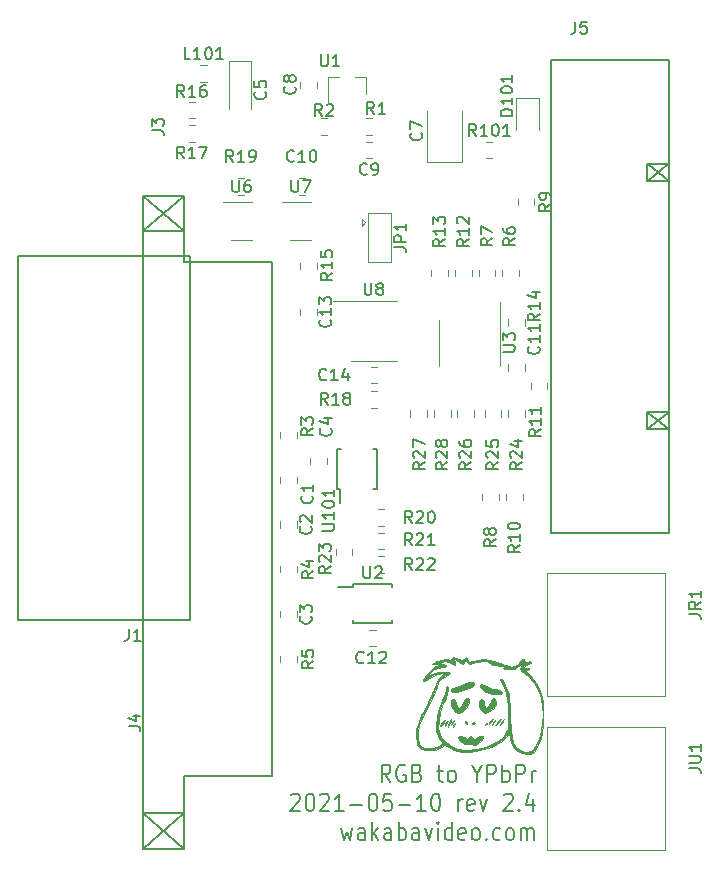
<source format=gbr>
%TF.GenerationSoftware,KiCad,Pcbnew,(5.1.9)-1*%
%TF.CreationDate,2021-05-10T06:47:27+12:00*%
%TF.ProjectId,RGB-to-component,5247422d-746f-42d6-936f-6d706f6e656e,rev?*%
%TF.SameCoordinates,Original*%
%TF.FileFunction,Legend,Top*%
%TF.FilePolarity,Positive*%
%FSLAX46Y46*%
G04 Gerber Fmt 4.6, Leading zero omitted, Abs format (unit mm)*
G04 Created by KiCad (PCBNEW (5.1.9)-1) date 2021-05-10 06:47:27*
%MOMM*%
%LPD*%
G01*
G04 APERTURE LIST*
%ADD10C,0.200000*%
%ADD11C,0.120000*%
%ADD12C,0.150000*%
%ADD13C,0.010000*%
G04 APERTURE END LIST*
D10*
X46327142Y-103128571D02*
X45893809Y-102414285D01*
X45584285Y-103128571D02*
X45584285Y-101628571D01*
X46079523Y-101628571D01*
X46203333Y-101700000D01*
X46265238Y-101771428D01*
X46327142Y-101914285D01*
X46327142Y-102128571D01*
X46265238Y-102271428D01*
X46203333Y-102342857D01*
X46079523Y-102414285D01*
X45584285Y-102414285D01*
X47565238Y-101700000D02*
X47441428Y-101628571D01*
X47255714Y-101628571D01*
X47070000Y-101700000D01*
X46946190Y-101842857D01*
X46884285Y-101985714D01*
X46822380Y-102271428D01*
X46822380Y-102485714D01*
X46884285Y-102771428D01*
X46946190Y-102914285D01*
X47070000Y-103057142D01*
X47255714Y-103128571D01*
X47379523Y-103128571D01*
X47565238Y-103057142D01*
X47627142Y-102985714D01*
X47627142Y-102485714D01*
X47379523Y-102485714D01*
X48617619Y-102342857D02*
X48803333Y-102414285D01*
X48865238Y-102485714D01*
X48927142Y-102628571D01*
X48927142Y-102842857D01*
X48865238Y-102985714D01*
X48803333Y-103057142D01*
X48679523Y-103128571D01*
X48184285Y-103128571D01*
X48184285Y-101628571D01*
X48617619Y-101628571D01*
X48741428Y-101700000D01*
X48803333Y-101771428D01*
X48865238Y-101914285D01*
X48865238Y-102057142D01*
X48803333Y-102200000D01*
X48741428Y-102271428D01*
X48617619Y-102342857D01*
X48184285Y-102342857D01*
X50289047Y-102128571D02*
X50784285Y-102128571D01*
X50474761Y-101628571D02*
X50474761Y-102914285D01*
X50536666Y-103057142D01*
X50660476Y-103128571D01*
X50784285Y-103128571D01*
X51403333Y-103128571D02*
X51279523Y-103057142D01*
X51217619Y-102985714D01*
X51155714Y-102842857D01*
X51155714Y-102414285D01*
X51217619Y-102271428D01*
X51279523Y-102200000D01*
X51403333Y-102128571D01*
X51589047Y-102128571D01*
X51712857Y-102200000D01*
X51774761Y-102271428D01*
X51836666Y-102414285D01*
X51836666Y-102842857D01*
X51774761Y-102985714D01*
X51712857Y-103057142D01*
X51589047Y-103128571D01*
X51403333Y-103128571D01*
X53631904Y-102414285D02*
X53631904Y-103128571D01*
X53198571Y-101628571D02*
X53631904Y-102414285D01*
X54065238Y-101628571D01*
X54498571Y-103128571D02*
X54498571Y-101628571D01*
X54993809Y-101628571D01*
X55117619Y-101700000D01*
X55179523Y-101771428D01*
X55241428Y-101914285D01*
X55241428Y-102128571D01*
X55179523Y-102271428D01*
X55117619Y-102342857D01*
X54993809Y-102414285D01*
X54498571Y-102414285D01*
X55798571Y-103128571D02*
X55798571Y-101628571D01*
X55798571Y-102200000D02*
X55922380Y-102128571D01*
X56170000Y-102128571D01*
X56293809Y-102200000D01*
X56355714Y-102271428D01*
X56417619Y-102414285D01*
X56417619Y-102842857D01*
X56355714Y-102985714D01*
X56293809Y-103057142D01*
X56170000Y-103128571D01*
X55922380Y-103128571D01*
X55798571Y-103057142D01*
X56974761Y-103128571D02*
X56974761Y-101628571D01*
X57470000Y-101628571D01*
X57593809Y-101700000D01*
X57655714Y-101771428D01*
X57717619Y-101914285D01*
X57717619Y-102128571D01*
X57655714Y-102271428D01*
X57593809Y-102342857D01*
X57470000Y-102414285D01*
X56974761Y-102414285D01*
X58274761Y-103128571D02*
X58274761Y-102128571D01*
X58274761Y-102414285D02*
X58336666Y-102271428D01*
X58398571Y-102200000D01*
X58522380Y-102128571D01*
X58646190Y-102128571D01*
X37908095Y-104221428D02*
X37970000Y-104150000D01*
X38093809Y-104078571D01*
X38403333Y-104078571D01*
X38527142Y-104150000D01*
X38589047Y-104221428D01*
X38650952Y-104364285D01*
X38650952Y-104507142D01*
X38589047Y-104721428D01*
X37846190Y-105578571D01*
X38650952Y-105578571D01*
X39455714Y-104078571D02*
X39579523Y-104078571D01*
X39703333Y-104150000D01*
X39765238Y-104221428D01*
X39827142Y-104364285D01*
X39889047Y-104650000D01*
X39889047Y-105007142D01*
X39827142Y-105292857D01*
X39765238Y-105435714D01*
X39703333Y-105507142D01*
X39579523Y-105578571D01*
X39455714Y-105578571D01*
X39331904Y-105507142D01*
X39270000Y-105435714D01*
X39208095Y-105292857D01*
X39146190Y-105007142D01*
X39146190Y-104650000D01*
X39208095Y-104364285D01*
X39270000Y-104221428D01*
X39331904Y-104150000D01*
X39455714Y-104078571D01*
X40384285Y-104221428D02*
X40446190Y-104150000D01*
X40570000Y-104078571D01*
X40879523Y-104078571D01*
X41003333Y-104150000D01*
X41065238Y-104221428D01*
X41127142Y-104364285D01*
X41127142Y-104507142D01*
X41065238Y-104721428D01*
X40322380Y-105578571D01*
X41127142Y-105578571D01*
X42365238Y-105578571D02*
X41622380Y-105578571D01*
X41993809Y-105578571D02*
X41993809Y-104078571D01*
X41870000Y-104292857D01*
X41746190Y-104435714D01*
X41622380Y-104507142D01*
X42922380Y-105007142D02*
X43912857Y-105007142D01*
X44779523Y-104078571D02*
X44903333Y-104078571D01*
X45027142Y-104150000D01*
X45089047Y-104221428D01*
X45150952Y-104364285D01*
X45212857Y-104650000D01*
X45212857Y-105007142D01*
X45150952Y-105292857D01*
X45089047Y-105435714D01*
X45027142Y-105507142D01*
X44903333Y-105578571D01*
X44779523Y-105578571D01*
X44655714Y-105507142D01*
X44593809Y-105435714D01*
X44531904Y-105292857D01*
X44470000Y-105007142D01*
X44470000Y-104650000D01*
X44531904Y-104364285D01*
X44593809Y-104221428D01*
X44655714Y-104150000D01*
X44779523Y-104078571D01*
X46389047Y-104078571D02*
X45770000Y-104078571D01*
X45708095Y-104792857D01*
X45770000Y-104721428D01*
X45893809Y-104650000D01*
X46203333Y-104650000D01*
X46327142Y-104721428D01*
X46389047Y-104792857D01*
X46450952Y-104935714D01*
X46450952Y-105292857D01*
X46389047Y-105435714D01*
X46327142Y-105507142D01*
X46203333Y-105578571D01*
X45893809Y-105578571D01*
X45770000Y-105507142D01*
X45708095Y-105435714D01*
X47008095Y-105007142D02*
X47998571Y-105007142D01*
X49298571Y-105578571D02*
X48555714Y-105578571D01*
X48927142Y-105578571D02*
X48927142Y-104078571D01*
X48803333Y-104292857D01*
X48679523Y-104435714D01*
X48555714Y-104507142D01*
X50103333Y-104078571D02*
X50227142Y-104078571D01*
X50350952Y-104150000D01*
X50412857Y-104221428D01*
X50474761Y-104364285D01*
X50536666Y-104650000D01*
X50536666Y-105007142D01*
X50474761Y-105292857D01*
X50412857Y-105435714D01*
X50350952Y-105507142D01*
X50227142Y-105578571D01*
X50103333Y-105578571D01*
X49979523Y-105507142D01*
X49917619Y-105435714D01*
X49855714Y-105292857D01*
X49793809Y-105007142D01*
X49793809Y-104650000D01*
X49855714Y-104364285D01*
X49917619Y-104221428D01*
X49979523Y-104150000D01*
X50103333Y-104078571D01*
X52084285Y-105578571D02*
X52084285Y-104578571D01*
X52084285Y-104864285D02*
X52146190Y-104721428D01*
X52208095Y-104650000D01*
X52331904Y-104578571D01*
X52455714Y-104578571D01*
X53384285Y-105507142D02*
X53260476Y-105578571D01*
X53012857Y-105578571D01*
X52889047Y-105507142D01*
X52827142Y-105364285D01*
X52827142Y-104792857D01*
X52889047Y-104650000D01*
X53012857Y-104578571D01*
X53260476Y-104578571D01*
X53384285Y-104650000D01*
X53446190Y-104792857D01*
X53446190Y-104935714D01*
X52827142Y-105078571D01*
X53879523Y-104578571D02*
X54189047Y-105578571D01*
X54498571Y-104578571D01*
X55922380Y-104221428D02*
X55984285Y-104150000D01*
X56108095Y-104078571D01*
X56417619Y-104078571D01*
X56541428Y-104150000D01*
X56603333Y-104221428D01*
X56665238Y-104364285D01*
X56665238Y-104507142D01*
X56603333Y-104721428D01*
X55860476Y-105578571D01*
X56665238Y-105578571D01*
X57222380Y-105435714D02*
X57284285Y-105507142D01*
X57222380Y-105578571D01*
X57160476Y-105507142D01*
X57222380Y-105435714D01*
X57222380Y-105578571D01*
X58398571Y-104578571D02*
X58398571Y-105578571D01*
X58089047Y-104007142D02*
X57779523Y-105078571D01*
X58584285Y-105078571D01*
X42117619Y-107028571D02*
X42365238Y-108028571D01*
X42612857Y-107314285D01*
X42860476Y-108028571D01*
X43108095Y-107028571D01*
X44160476Y-108028571D02*
X44160476Y-107242857D01*
X44098571Y-107100000D01*
X43974761Y-107028571D01*
X43727142Y-107028571D01*
X43603333Y-107100000D01*
X44160476Y-107957142D02*
X44036666Y-108028571D01*
X43727142Y-108028571D01*
X43603333Y-107957142D01*
X43541428Y-107814285D01*
X43541428Y-107671428D01*
X43603333Y-107528571D01*
X43727142Y-107457142D01*
X44036666Y-107457142D01*
X44160476Y-107385714D01*
X44779523Y-108028571D02*
X44779523Y-106528571D01*
X44903333Y-107457142D02*
X45274761Y-108028571D01*
X45274761Y-107028571D02*
X44779523Y-107600000D01*
X46389047Y-108028571D02*
X46389047Y-107242857D01*
X46327142Y-107100000D01*
X46203333Y-107028571D01*
X45955714Y-107028571D01*
X45831904Y-107100000D01*
X46389047Y-107957142D02*
X46265238Y-108028571D01*
X45955714Y-108028571D01*
X45831904Y-107957142D01*
X45770000Y-107814285D01*
X45770000Y-107671428D01*
X45831904Y-107528571D01*
X45955714Y-107457142D01*
X46265238Y-107457142D01*
X46389047Y-107385714D01*
X47008095Y-108028571D02*
X47008095Y-106528571D01*
X47008095Y-107100000D02*
X47131904Y-107028571D01*
X47379523Y-107028571D01*
X47503333Y-107100000D01*
X47565238Y-107171428D01*
X47627142Y-107314285D01*
X47627142Y-107742857D01*
X47565238Y-107885714D01*
X47503333Y-107957142D01*
X47379523Y-108028571D01*
X47131904Y-108028571D01*
X47008095Y-107957142D01*
X48741428Y-108028571D02*
X48741428Y-107242857D01*
X48679523Y-107100000D01*
X48555714Y-107028571D01*
X48308095Y-107028571D01*
X48184285Y-107100000D01*
X48741428Y-107957142D02*
X48617619Y-108028571D01*
X48308095Y-108028571D01*
X48184285Y-107957142D01*
X48122380Y-107814285D01*
X48122380Y-107671428D01*
X48184285Y-107528571D01*
X48308095Y-107457142D01*
X48617619Y-107457142D01*
X48741428Y-107385714D01*
X49236666Y-107028571D02*
X49546190Y-108028571D01*
X49855714Y-107028571D01*
X50350952Y-108028571D02*
X50350952Y-107028571D01*
X50350952Y-106528571D02*
X50289047Y-106600000D01*
X50350952Y-106671428D01*
X50412857Y-106600000D01*
X50350952Y-106528571D01*
X50350952Y-106671428D01*
X51527142Y-108028571D02*
X51527142Y-106528571D01*
X51527142Y-107957142D02*
X51403333Y-108028571D01*
X51155714Y-108028571D01*
X51031904Y-107957142D01*
X50970000Y-107885714D01*
X50908095Y-107742857D01*
X50908095Y-107314285D01*
X50970000Y-107171428D01*
X51031904Y-107100000D01*
X51155714Y-107028571D01*
X51403333Y-107028571D01*
X51527142Y-107100000D01*
X52641428Y-107957142D02*
X52517619Y-108028571D01*
X52270000Y-108028571D01*
X52146190Y-107957142D01*
X52084285Y-107814285D01*
X52084285Y-107242857D01*
X52146190Y-107100000D01*
X52270000Y-107028571D01*
X52517619Y-107028571D01*
X52641428Y-107100000D01*
X52703333Y-107242857D01*
X52703333Y-107385714D01*
X52084285Y-107528571D01*
X53446190Y-108028571D02*
X53322380Y-107957142D01*
X53260476Y-107885714D01*
X53198571Y-107742857D01*
X53198571Y-107314285D01*
X53260476Y-107171428D01*
X53322380Y-107100000D01*
X53446190Y-107028571D01*
X53631904Y-107028571D01*
X53755714Y-107100000D01*
X53817619Y-107171428D01*
X53879523Y-107314285D01*
X53879523Y-107742857D01*
X53817619Y-107885714D01*
X53755714Y-107957142D01*
X53631904Y-108028571D01*
X53446190Y-108028571D01*
X54436666Y-107885714D02*
X54498571Y-107957142D01*
X54436666Y-108028571D01*
X54374761Y-107957142D01*
X54436666Y-107885714D01*
X54436666Y-108028571D01*
X55612857Y-107957142D02*
X55489047Y-108028571D01*
X55241428Y-108028571D01*
X55117619Y-107957142D01*
X55055714Y-107885714D01*
X54993809Y-107742857D01*
X54993809Y-107314285D01*
X55055714Y-107171428D01*
X55117619Y-107100000D01*
X55241428Y-107028571D01*
X55489047Y-107028571D01*
X55612857Y-107100000D01*
X56355714Y-108028571D02*
X56231904Y-107957142D01*
X56170000Y-107885714D01*
X56108095Y-107742857D01*
X56108095Y-107314285D01*
X56170000Y-107171428D01*
X56231904Y-107100000D01*
X56355714Y-107028571D01*
X56541428Y-107028571D01*
X56665238Y-107100000D01*
X56727142Y-107171428D01*
X56789047Y-107314285D01*
X56789047Y-107742857D01*
X56727142Y-107885714D01*
X56665238Y-107957142D01*
X56541428Y-108028571D01*
X56355714Y-108028571D01*
X57346190Y-108028571D02*
X57346190Y-107028571D01*
X57346190Y-107171428D02*
X57408095Y-107100000D01*
X57531904Y-107028571D01*
X57717619Y-107028571D01*
X57841428Y-107100000D01*
X57903333Y-107242857D01*
X57903333Y-108028571D01*
X57903333Y-107242857D02*
X57965238Y-107100000D01*
X58089047Y-107028571D01*
X58274761Y-107028571D01*
X58398571Y-107100000D01*
X58460476Y-107242857D01*
X58460476Y-108028571D01*
D11*
X50440000Y-65900000D02*
X50440000Y-67850000D01*
X50440000Y-65900000D02*
X50440000Y-63950000D01*
X55560000Y-65900000D02*
X55560000Y-67850000D01*
X55560000Y-65900000D02*
X55560000Y-62450000D01*
D12*
X69900000Y-82000000D02*
X69900000Y-42000000D01*
X59900000Y-42000000D02*
X69900000Y-42000000D01*
X59900000Y-82000000D02*
X59900000Y-42000000D01*
X69900000Y-82000000D02*
X59900000Y-82000000D01*
X68071700Y-71800000D02*
X69877640Y-71800000D01*
X68071700Y-73250000D02*
X68071700Y-71800000D01*
X69892880Y-73250000D02*
X68071700Y-73250000D01*
X69892880Y-52200000D02*
X68071700Y-52200000D01*
X68071700Y-52200000D02*
X68071700Y-50750000D01*
X68071700Y-50750000D02*
X69877640Y-50750000D01*
X69847160Y-71827260D02*
X69859860Y-71822180D01*
X68076780Y-73249660D02*
X69847160Y-71827260D01*
X69870020Y-73254740D02*
X68102180Y-71834880D01*
X68099640Y-52175280D02*
X69837000Y-50785900D01*
X69882720Y-52198140D02*
X68122500Y-50785900D01*
D11*
X30238748Y-42390000D02*
X30761252Y-42390000D01*
X30238748Y-43810000D02*
X30761252Y-43810000D01*
X54438748Y-48890000D02*
X54961252Y-48890000D01*
X54438748Y-50310000D02*
X54961252Y-50310000D01*
X59610000Y-69338748D02*
X59610000Y-69861252D01*
X58190000Y-69338748D02*
X58190000Y-69861252D01*
X58860000Y-47900000D02*
X58860000Y-45215000D01*
X58860000Y-45215000D02*
X56940000Y-45215000D01*
X56940000Y-45215000D02*
X56940000Y-47900000D01*
X53210000Y-59738748D02*
X53210000Y-60261252D01*
X51790000Y-59738748D02*
X51790000Y-60261252D01*
D12*
X41825000Y-78275000D02*
X42050000Y-78275000D01*
X41825000Y-74925000D02*
X42125000Y-74925000D01*
X45175000Y-74925000D02*
X44875000Y-74925000D01*
X45175000Y-78275000D02*
X44875000Y-78275000D01*
X41825000Y-78275000D02*
X41825000Y-74925000D01*
X45175000Y-78275000D02*
X45175000Y-74925000D01*
X42050000Y-78275000D02*
X42050000Y-79500000D01*
D11*
X34535000Y-46100000D02*
X34535000Y-42015000D01*
X34535000Y-42015000D02*
X32665000Y-42015000D01*
X32665000Y-42015000D02*
X32665000Y-46100000D01*
X49390000Y-46250000D02*
X49390000Y-50635000D01*
X49390000Y-50635000D02*
X52410000Y-50635000D01*
X52410000Y-50635000D02*
X52410000Y-46250000D01*
X37800000Y-57210000D02*
X39600000Y-57210000D01*
X39600000Y-53990000D02*
X37150000Y-53990000D01*
X32800000Y-57210000D02*
X34600000Y-57210000D01*
X34600000Y-53990000D02*
X32150000Y-53990000D01*
D12*
X43125000Y-86325000D02*
X43125000Y-86550000D01*
X46475000Y-86325000D02*
X46475000Y-86625000D01*
X46475000Y-89675000D02*
X46475000Y-89375000D01*
X43125000Y-89675000D02*
X43125000Y-89375000D01*
X43125000Y-86325000D02*
X46475000Y-86325000D01*
X43125000Y-89675000D02*
X46475000Y-89675000D01*
X43125000Y-86550000D02*
X41900000Y-86550000D01*
D11*
X56090000Y-79261252D02*
X56090000Y-78738748D01*
X57510000Y-79261252D02*
X57510000Y-78738748D01*
X58510000Y-53738748D02*
X58510000Y-54261252D01*
X57090000Y-53738748D02*
X57090000Y-54261252D01*
X54090000Y-79261252D02*
X54090000Y-78738748D01*
X55510000Y-79261252D02*
X55510000Y-78738748D01*
D13*
G36*
X53327382Y-94639441D02*
G01*
X53334542Y-94646008D01*
X53386112Y-94788968D01*
X53277089Y-94944131D01*
X53015075Y-95104128D01*
X52748780Y-95213594D01*
X52245658Y-95375822D01*
X51859840Y-95459534D01*
X51601436Y-95463374D01*
X51480555Y-95385988D01*
X51479684Y-95383798D01*
X51465645Y-95214749D01*
X51588430Y-95100089D01*
X51849804Y-95027144D01*
X52097195Y-94965940D01*
X52422773Y-94862792D01*
X52701445Y-94760876D01*
X53019276Y-94647797D01*
X53217891Y-94609139D01*
X53327382Y-94639441D01*
G37*
X53327382Y-94639441D02*
X53334542Y-94646008D01*
X53386112Y-94788968D01*
X53277089Y-94944131D01*
X53015075Y-95104128D01*
X52748780Y-95213594D01*
X52245658Y-95375822D01*
X51859840Y-95459534D01*
X51601436Y-95463374D01*
X51480555Y-95385988D01*
X51479684Y-95383798D01*
X51465645Y-95214749D01*
X51588430Y-95100089D01*
X51849804Y-95027144D01*
X52097195Y-94965940D01*
X52422773Y-94862792D01*
X52701445Y-94760876D01*
X53019276Y-94647797D01*
X53217891Y-94609139D01*
X53327382Y-94639441D01*
G36*
X54200843Y-94854628D02*
G01*
X54492182Y-95000116D01*
X54543055Y-95033666D01*
X54949231Y-95216174D01*
X55202982Y-95246629D01*
X55533539Y-95278552D01*
X55714826Y-95369313D01*
X55741262Y-95515908D01*
X55735328Y-95533121D01*
X55656969Y-95615309D01*
X55479022Y-95657533D01*
X55192694Y-95668666D01*
X54881686Y-95653221D01*
X54638903Y-95589424D01*
X54382140Y-95451082D01*
X54261501Y-95371967D01*
X53989216Y-95164676D01*
X53870707Y-95011809D01*
X53869523Y-94948634D01*
X53988650Y-94836882D01*
X54200843Y-94854628D01*
G37*
X54200843Y-94854628D02*
X54492182Y-95000116D01*
X54543055Y-95033666D01*
X54949231Y-95216174D01*
X55202982Y-95246629D01*
X55533539Y-95278552D01*
X55714826Y-95369313D01*
X55741262Y-95515908D01*
X55735328Y-95533121D01*
X55656969Y-95615309D01*
X55479022Y-95657533D01*
X55192694Y-95668666D01*
X54881686Y-95653221D01*
X54638903Y-95589424D01*
X54382140Y-95451082D01*
X54261501Y-95371967D01*
X53989216Y-95164676D01*
X53870707Y-95011809D01*
X53869523Y-94948634D01*
X53988650Y-94836882D01*
X54200843Y-94854628D01*
G36*
X55183356Y-96112182D02*
G01*
X55239184Y-96329804D01*
X55232518Y-96521495D01*
X55151410Y-96695007D01*
X54967631Y-96906617D01*
X54931644Y-96942944D01*
X54623242Y-97189683D01*
X54353330Y-97272899D01*
X54118743Y-97193194D01*
X54032947Y-97114571D01*
X53921070Y-96911936D01*
X53852274Y-96639704D01*
X53838104Y-96371867D01*
X53887981Y-96185495D01*
X54012699Y-96102053D01*
X54141193Y-96151355D01*
X54227271Y-96304352D01*
X54239963Y-96406842D01*
X54263647Y-96619562D01*
X54307654Y-96746862D01*
X54414961Y-96796319D01*
X54560055Y-96721843D01*
X54708613Y-96552716D01*
X54826310Y-96318216D01*
X54832954Y-96298755D01*
X54947778Y-96080507D01*
X55075018Y-96019114D01*
X55183356Y-96112182D01*
G37*
X55183356Y-96112182D02*
X55239184Y-96329804D01*
X55232518Y-96521495D01*
X55151410Y-96695007D01*
X54967631Y-96906617D01*
X54931644Y-96942944D01*
X54623242Y-97189683D01*
X54353330Y-97272899D01*
X54118743Y-97193194D01*
X54032947Y-97114571D01*
X53921070Y-96911936D01*
X53852274Y-96639704D01*
X53838104Y-96371867D01*
X53887981Y-96185495D01*
X54012699Y-96102053D01*
X54141193Y-96151355D01*
X54227271Y-96304352D01*
X54239963Y-96406842D01*
X54263647Y-96619562D01*
X54307654Y-96746862D01*
X54414961Y-96796319D01*
X54560055Y-96721843D01*
X54708613Y-96552716D01*
X54826310Y-96318216D01*
X54832954Y-96298755D01*
X54947778Y-96080507D01*
X55075018Y-96019114D01*
X55183356Y-96112182D01*
G36*
X52851984Y-95980674D02*
G01*
X52953207Y-96095174D01*
X52954877Y-96293578D01*
X52876794Y-96539670D01*
X52738759Y-96797234D01*
X52560573Y-97030055D01*
X52362034Y-97201916D01*
X52162944Y-97276602D01*
X52143062Y-97277333D01*
X51954380Y-97219260D01*
X51740875Y-97075134D01*
X51692154Y-97029846D01*
X51511271Y-96794635D01*
X51447104Y-96531741D01*
X51444667Y-96446237D01*
X51473902Y-96195399D01*
X51553838Y-96068701D01*
X51561350Y-96065341D01*
X51719791Y-96077397D01*
X51830888Y-96224055D01*
X51868000Y-96444621D01*
X51932639Y-96674332D01*
X52036906Y-96769104D01*
X52161331Y-96807520D01*
X52264645Y-96742701D01*
X52375256Y-96581583D01*
X52485583Y-96379225D01*
X52542798Y-96232499D01*
X52545017Y-96214766D01*
X52611197Y-96062218D01*
X52756389Y-95975322D01*
X52851984Y-95980674D01*
G37*
X52851984Y-95980674D02*
X52953207Y-96095174D01*
X52954877Y-96293578D01*
X52876794Y-96539670D01*
X52738759Y-96797234D01*
X52560573Y-97030055D01*
X52362034Y-97201916D01*
X52162944Y-97276602D01*
X52143062Y-97277333D01*
X51954380Y-97219260D01*
X51740875Y-97075134D01*
X51692154Y-97029846D01*
X51511271Y-96794635D01*
X51447104Y-96531741D01*
X51444667Y-96446237D01*
X51473902Y-96195399D01*
X51553838Y-96068701D01*
X51561350Y-96065341D01*
X51719791Y-96077397D01*
X51830888Y-96224055D01*
X51868000Y-96444621D01*
X51932639Y-96674332D01*
X52036906Y-96769104D01*
X52161331Y-96807520D01*
X52264645Y-96742701D01*
X52375256Y-96581583D01*
X52485583Y-96379225D01*
X52542798Y-96232499D01*
X52545017Y-96214766D01*
X52611197Y-96062218D01*
X52756389Y-95975322D01*
X52851984Y-95980674D01*
G36*
X53481139Y-98081666D02*
G01*
X53415553Y-98168880D01*
X53344388Y-98195585D01*
X53240547Y-98174652D01*
X53241138Y-98110919D01*
X53325421Y-98014779D01*
X53432610Y-98006727D01*
X53481139Y-98081666D01*
G37*
X53481139Y-98081666D02*
X53415553Y-98168880D01*
X53344388Y-98195585D01*
X53240547Y-98174652D01*
X53241138Y-98110919D01*
X53325421Y-98014779D01*
X53432610Y-98006727D01*
X53481139Y-98081666D01*
G36*
X52798165Y-98022045D02*
G01*
X52829951Y-98081666D01*
X52816942Y-98190894D01*
X52754343Y-98208666D01*
X52644412Y-98140834D01*
X52630000Y-98081666D01*
X52670906Y-97968925D01*
X52705608Y-97954666D01*
X52798165Y-98022045D01*
G37*
X52798165Y-98022045D02*
X52829951Y-98081666D01*
X52816942Y-98190894D01*
X52754343Y-98208666D01*
X52644412Y-98140834D01*
X52630000Y-98081666D01*
X52670906Y-97968925D01*
X52705608Y-97954666D01*
X52798165Y-98022045D01*
G36*
X55893024Y-97850774D02*
G01*
X55819405Y-98011137D01*
X55805000Y-98039333D01*
X55693126Y-98211731D01*
X55595960Y-98292497D01*
X55588625Y-98293333D01*
X55577652Y-98235112D01*
X55655468Y-98090254D01*
X55691388Y-98039333D01*
X55819890Y-97874792D01*
X55900340Y-97788909D01*
X55907763Y-97785333D01*
X55893024Y-97850774D01*
G37*
X55893024Y-97850774D02*
X55819405Y-98011137D01*
X55805000Y-98039333D01*
X55693126Y-98211731D01*
X55595960Y-98292497D01*
X55588625Y-98293333D01*
X55577652Y-98235112D01*
X55655468Y-98090254D01*
X55691388Y-98039333D01*
X55819890Y-97874792D01*
X55900340Y-97788909D01*
X55907763Y-97785333D01*
X55893024Y-97850774D01*
G36*
X55621902Y-97808226D02*
G01*
X55611539Y-97828613D01*
X55481510Y-98010107D01*
X55326009Y-98166674D01*
X55206032Y-98265643D01*
X55190828Y-98263712D01*
X55282131Y-98148571D01*
X55338065Y-98081060D01*
X55530134Y-97851855D01*
X55631035Y-97739607D01*
X55656410Y-97729877D01*
X55621902Y-97808226D01*
G37*
X55621902Y-97808226D02*
X55611539Y-97828613D01*
X55481510Y-98010107D01*
X55326009Y-98166674D01*
X55206032Y-98265643D01*
X55190828Y-98263712D01*
X55282131Y-98148571D01*
X55338065Y-98081060D01*
X55530134Y-97851855D01*
X55631035Y-97739607D01*
X55656410Y-97729877D01*
X55621902Y-97808226D01*
G36*
X55210575Y-97842415D02*
G01*
X55177616Y-97912333D01*
X55047752Y-98143107D01*
X54955820Y-98260815D01*
X54917558Y-98245695D01*
X54917297Y-98239213D01*
X54967781Y-98111943D01*
X55090114Y-97942879D01*
X55197284Y-97827889D01*
X55210575Y-97842415D01*
G37*
X55210575Y-97842415D02*
X55177616Y-97912333D01*
X55047752Y-98143107D01*
X54955820Y-98260815D01*
X54917558Y-98245695D01*
X54917297Y-98239213D01*
X54967781Y-98111943D01*
X55090114Y-97942879D01*
X55197284Y-97827889D01*
X55210575Y-97842415D01*
G36*
X54997554Y-97743000D02*
G01*
X54948409Y-97856914D01*
X54823645Y-98033626D01*
X54784104Y-98081666D01*
X54671165Y-98200141D01*
X54636631Y-98204182D01*
X54651321Y-98166333D01*
X54760036Y-97975813D01*
X54875406Y-97816999D01*
X54965217Y-97729278D01*
X54997554Y-97743000D01*
G37*
X54997554Y-97743000D02*
X54948409Y-97856914D01*
X54823645Y-98033626D01*
X54784104Y-98081666D01*
X54671165Y-98200141D01*
X54636631Y-98204182D01*
X54651321Y-98166333D01*
X54760036Y-97975813D01*
X54875406Y-97816999D01*
X54965217Y-97729278D01*
X54997554Y-97743000D01*
G36*
X54466104Y-98178690D02*
G01*
X54450334Y-98208666D01*
X54370559Y-98289523D01*
X54355673Y-98293333D01*
X54349897Y-98238643D01*
X54365667Y-98208666D01*
X54445441Y-98127809D01*
X54460327Y-98124000D01*
X54466104Y-98178690D01*
G37*
X54466104Y-98178690D02*
X54450334Y-98208666D01*
X54370559Y-98289523D01*
X54355673Y-98293333D01*
X54349897Y-98238643D01*
X54365667Y-98208666D01*
X54445441Y-98127809D01*
X54460327Y-98124000D01*
X54466104Y-98178690D01*
G36*
X51698667Y-97924373D02*
G01*
X51650266Y-98048646D01*
X51566996Y-98171317D01*
X51479462Y-98275402D01*
X51479310Y-98246943D01*
X51536131Y-98124000D01*
X51637169Y-97926263D01*
X51687268Y-97871210D01*
X51698667Y-97924373D01*
G37*
X51698667Y-97924373D02*
X51650266Y-98048646D01*
X51566996Y-98171317D01*
X51479462Y-98275402D01*
X51479310Y-98246943D01*
X51536131Y-98124000D01*
X51637169Y-97926263D01*
X51687268Y-97871210D01*
X51698667Y-97924373D01*
G36*
X51184666Y-97912333D02*
G01*
X51145791Y-98042378D01*
X51063667Y-98208666D01*
X50979424Y-98332000D01*
X50942722Y-98338121D01*
X50942667Y-98335666D01*
X50981542Y-98205621D01*
X51063667Y-98039333D01*
X51147909Y-97915999D01*
X51184612Y-97909878D01*
X51184666Y-97912333D01*
G37*
X51184666Y-97912333D02*
X51145791Y-98042378D01*
X51063667Y-98208666D01*
X50979424Y-98332000D01*
X50942722Y-98338121D01*
X50942667Y-98335666D01*
X50981542Y-98205621D01*
X51063667Y-98039333D01*
X51147909Y-97915999D01*
X51184612Y-97909878D01*
X51184666Y-97912333D01*
G36*
X50890289Y-97951684D02*
G01*
X50829818Y-98093112D01*
X50727928Y-98257179D01*
X50614766Y-98356414D01*
X50531660Y-98363057D01*
X50513334Y-98305696D01*
X50566021Y-98201240D01*
X50695731Y-98037276D01*
X50725000Y-98005001D01*
X50874619Y-97851882D01*
X50926815Y-97831671D01*
X50890289Y-97951684D01*
G37*
X50890289Y-97951684D02*
X50829818Y-98093112D01*
X50727928Y-98257179D01*
X50614766Y-98356414D01*
X50531660Y-98363057D01*
X50513334Y-98305696D01*
X50566021Y-98201240D01*
X50695731Y-98037276D01*
X50725000Y-98005001D01*
X50874619Y-97851882D01*
X50926815Y-97831671D01*
X50890289Y-97951684D01*
G36*
X51780741Y-98166333D02*
G01*
X51738584Y-98305472D01*
X51698667Y-98378000D01*
X51631579Y-98445769D01*
X51616593Y-98420333D01*
X51658749Y-98281194D01*
X51698667Y-98208666D01*
X51765754Y-98140897D01*
X51780741Y-98166333D01*
G37*
X51780741Y-98166333D02*
X51738584Y-98305472D01*
X51698667Y-98378000D01*
X51631579Y-98445769D01*
X51616593Y-98420333D01*
X51658749Y-98281194D01*
X51698667Y-98208666D01*
X51765754Y-98140897D01*
X51780741Y-98166333D01*
G36*
X51472368Y-97852017D02*
G01*
X51410002Y-98019796D01*
X51360000Y-98124000D01*
X51229906Y-98361260D01*
X51161391Y-98450773D01*
X51160947Y-98392480D01*
X51235068Y-98186326D01*
X51260454Y-98124861D01*
X51360703Y-97918491D01*
X51445250Y-97798477D01*
X51467554Y-97786194D01*
X51472368Y-97852017D01*
G37*
X51472368Y-97852017D02*
X51410002Y-98019796D01*
X51360000Y-98124000D01*
X51229906Y-98361260D01*
X51161391Y-98450773D01*
X51160947Y-98392480D01*
X51235068Y-98186326D01*
X51260454Y-98124861D01*
X51360703Y-97918491D01*
X51445250Y-97798477D01*
X51467554Y-97786194D01*
X51472368Y-97852017D01*
G36*
X52307955Y-99187219D02*
G01*
X52496496Y-99289485D01*
X52513578Y-99302527D01*
X52678312Y-99415840D01*
X52786252Y-99422880D01*
X52882567Y-99352963D01*
X53089879Y-99234858D01*
X53270553Y-99283261D01*
X53354676Y-99372833D01*
X53438117Y-99462355D01*
X53524932Y-99449487D01*
X53671741Y-99324915D01*
X53677202Y-99319788D01*
X53864489Y-99198648D01*
X54035774Y-99172085D01*
X54141260Y-99241776D01*
X54154000Y-99303730D01*
X54094660Y-99438184D01*
X53948787Y-99622751D01*
X53764602Y-99807998D01*
X53590326Y-99944492D01*
X53489063Y-99985370D01*
X53292821Y-99939696D01*
X53226654Y-99906256D01*
X53056375Y-99864127D01*
X52867376Y-99875691D01*
X52654421Y-99866197D01*
X52437331Y-99776628D01*
X52245239Y-99636059D01*
X52107280Y-99473564D01*
X52052586Y-99318220D01*
X52110290Y-99199101D01*
X52161844Y-99171572D01*
X52307955Y-99187219D01*
G37*
X52307955Y-99187219D02*
X52496496Y-99289485D01*
X52513578Y-99302527D01*
X52678312Y-99415840D01*
X52786252Y-99422880D01*
X52882567Y-99352963D01*
X53089879Y-99234858D01*
X53270553Y-99283261D01*
X53354676Y-99372833D01*
X53438117Y-99462355D01*
X53524932Y-99449487D01*
X53671741Y-99324915D01*
X53677202Y-99319788D01*
X53864489Y-99198648D01*
X54035774Y-99172085D01*
X54141260Y-99241776D01*
X54154000Y-99303730D01*
X54094660Y-99438184D01*
X53948787Y-99622751D01*
X53764602Y-99807998D01*
X53590326Y-99944492D01*
X53489063Y-99985370D01*
X53292821Y-99939696D01*
X53226654Y-99906256D01*
X53056375Y-99864127D01*
X52867376Y-99875691D01*
X52654421Y-99866197D01*
X52437331Y-99776628D01*
X52245239Y-99636059D01*
X52107280Y-99473564D01*
X52052586Y-99318220D01*
X52110290Y-99199101D01*
X52161844Y-99171572D01*
X52307955Y-99187219D01*
G36*
X52799334Y-92604484D02*
G01*
X52844447Y-92721512D01*
X52908691Y-92822524D01*
X52988475Y-92910076D01*
X53085612Y-92927480D01*
X53256537Y-92875772D01*
X53370645Y-92830999D01*
X53739344Y-92737396D01*
X54182480Y-92728687D01*
X54720845Y-92806805D01*
X55375228Y-92973685D01*
X55582855Y-93036825D01*
X56043707Y-93180918D01*
X56373757Y-93276618D01*
X56604691Y-93323190D01*
X56768197Y-93319898D01*
X56895960Y-93266009D01*
X57019666Y-93160787D01*
X57171003Y-93003498D01*
X57174427Y-92999922D01*
X57399966Y-92770356D01*
X57534873Y-92655627D01*
X57601952Y-92644848D01*
X57624009Y-92727135D01*
X57625334Y-92784676D01*
X57651028Y-92892418D01*
X57759400Y-92920257D01*
X57910903Y-92902345D01*
X58131758Y-92895234D01*
X58254044Y-92949172D01*
X58254566Y-92950002D01*
X58240225Y-93028136D01*
X58159497Y-93044420D01*
X57996414Y-93096041D01*
X57790920Y-93222744D01*
X57752334Y-93253042D01*
X57498334Y-93461243D01*
X57820830Y-93464288D01*
X58024185Y-93485228D01*
X58096286Y-93536652D01*
X58091000Y-93552000D01*
X57972986Y-93620282D01*
X57853170Y-93636895D01*
X57763349Y-93650574D01*
X57770404Y-93707697D01*
X57887209Y-93832892D01*
X58019169Y-93954395D01*
X58496816Y-94481520D01*
X58862079Y-95107455D01*
X59077116Y-95672906D01*
X59160163Y-95963925D01*
X59216230Y-96238356D01*
X59250093Y-96541141D01*
X59266527Y-96917217D01*
X59270307Y-97411524D01*
X59270111Y-97489000D01*
X59246052Y-98246868D01*
X59174011Y-98875177D01*
X59045865Y-99408941D01*
X58853495Y-99883177D01*
X58622049Y-100283000D01*
X58454563Y-100522212D01*
X58318423Y-100652208D01*
X58159288Y-100709823D01*
X57963346Y-100729524D01*
X57488660Y-100677596D01*
X57225237Y-100573534D01*
X56874076Y-100323867D01*
X56618422Y-99964554D01*
X56442739Y-99472973D01*
X56428386Y-99413140D01*
X56328632Y-98980982D01*
X56085023Y-99287524D01*
X55756819Y-99628483D01*
X55354593Y-99900193D01*
X54831611Y-100133962D01*
X54808971Y-100142427D01*
X53912197Y-100416885D01*
X53089818Y-100546786D01*
X52345390Y-100532206D01*
X51682469Y-100373222D01*
X51104613Y-100069911D01*
X51094357Y-100062664D01*
X50931763Y-99962182D01*
X50834238Y-99965124D01*
X50761857Y-100035598D01*
X50501643Y-100232570D01*
X50135698Y-100360951D01*
X49715983Y-100413853D01*
X49294460Y-100384387D01*
X48945178Y-100276460D01*
X48767328Y-100177041D01*
X48651967Y-100056079D01*
X48580066Y-99872818D01*
X48532597Y-99586503D01*
X48508366Y-99351593D01*
X48653669Y-99351593D01*
X48661480Y-99582727D01*
X48699792Y-99738855D01*
X48777000Y-99866863D01*
X48836376Y-99939123D01*
X49016068Y-100099565D01*
X49244416Y-100186074D01*
X49476557Y-100219537D01*
X49890560Y-100234300D01*
X50202930Y-100177276D01*
X50470652Y-100035962D01*
X50535867Y-99987115D01*
X50755247Y-99814550D01*
X50514815Y-99551312D01*
X50324711Y-99229213D01*
X50216881Y-98790861D01*
X50190129Y-98267333D01*
X50243264Y-97689708D01*
X50375090Y-97089067D01*
X50584415Y-96496487D01*
X50636666Y-96379093D01*
X50787684Y-96022497D01*
X50911698Y-95674949D01*
X50986632Y-95399790D01*
X50994915Y-95351166D01*
X51042844Y-95131603D01*
X51105032Y-95004223D01*
X51129302Y-94991333D01*
X51185579Y-95063881D01*
X51183665Y-95259321D01*
X51130752Y-95544341D01*
X51034036Y-95885632D01*
X50900709Y-96249885D01*
X50815035Y-96446532D01*
X50556037Y-97145577D01*
X50411598Y-97858557D01*
X50389856Y-98537071D01*
X50419263Y-98800081D01*
X50477426Y-99073375D01*
X50570207Y-99278348D01*
X50734306Y-99477832D01*
X50918202Y-99654237D01*
X51471259Y-100062661D01*
X52069665Y-100308960D01*
X52722958Y-100396511D01*
X52991685Y-100388571D01*
X53483564Y-100321176D01*
X54035137Y-100193750D01*
X54586927Y-100024217D01*
X55079457Y-99830506D01*
X55406027Y-99660887D01*
X55664889Y-99454572D01*
X55922674Y-99177286D01*
X56038715Y-99018537D01*
X56308377Y-98600741D01*
X56285431Y-97367537D01*
X56260042Y-96673557D01*
X56208201Y-96113854D01*
X56123275Y-95654537D01*
X55998633Y-95261713D01*
X55827642Y-94901491D01*
X55789832Y-94834740D01*
X55665573Y-94577913D01*
X55640632Y-94415691D01*
X55656097Y-94386703D01*
X55733119Y-94415499D01*
X55862030Y-94588743D01*
X56033185Y-94893124D01*
X56057882Y-94941330D01*
X56379890Y-95575735D01*
X56448711Y-97209701D01*
X56479802Y-97903612D01*
X56509652Y-98451631D01*
X56541007Y-98877151D01*
X56576615Y-99203568D01*
X56619222Y-99454274D01*
X56671575Y-99652663D01*
X56736421Y-99822131D01*
X56761987Y-99877707D01*
X56969696Y-100167650D01*
X57259879Y-100387765D01*
X57591657Y-100525036D01*
X57924153Y-100566445D01*
X58216488Y-100498979D01*
X58367248Y-100388833D01*
X58653750Y-99981418D01*
X58886618Y-99445907D01*
X59060407Y-98816534D01*
X59169675Y-98127533D01*
X59208981Y-97413138D01*
X59172881Y-96707583D01*
X59057084Y-96049666D01*
X58945749Y-95671743D01*
X58809694Y-95303921D01*
X58667712Y-94989885D01*
X58538598Y-94773319D01*
X58482150Y-94713251D01*
X58345012Y-94564770D01*
X58219797Y-94368040D01*
X58075290Y-94173772D01*
X57913528Y-94056905D01*
X57730353Y-93953341D01*
X57519445Y-93790057D01*
X57492132Y-93765334D01*
X57340912Y-93605190D01*
X57306369Y-93487925D01*
X57353901Y-93379117D01*
X57449527Y-93188148D01*
X57430836Y-93117189D01*
X57307055Y-93170447D01*
X57156721Y-93289229D01*
X56960623Y-93441909D01*
X56774324Y-93520918D01*
X56526878Y-93549432D01*
X56352387Y-93552000D01*
X56083002Y-93539079D01*
X55900497Y-93505363D01*
X55847334Y-93467333D01*
X55914819Y-93383068D01*
X55953167Y-93374227D01*
X56002653Y-93353981D01*
X55925154Y-93319592D01*
X55761397Y-93280311D01*
X55552107Y-93245386D01*
X55338009Y-93224065D01*
X55281881Y-93221772D01*
X55024745Y-93186058D01*
X54828515Y-93107616D01*
X54797571Y-93082808D01*
X54508568Y-92894060D01*
X54141246Y-92834855D01*
X53684355Y-92904978D01*
X53249528Y-93052942D01*
X53056259Y-93115115D01*
X52934183Y-93084183D01*
X52816619Y-92959654D01*
X52653181Y-92757817D01*
X52555741Y-92939887D01*
X52458300Y-93121957D01*
X52151335Y-92913645D01*
X51905763Y-92760303D01*
X51774787Y-92717532D01*
X51744741Y-92785347D01*
X51782194Y-92914002D01*
X51821269Y-93101465D01*
X51749733Y-93161950D01*
X51570254Y-93094338D01*
X51481718Y-93039737D01*
X51218771Y-92926964D01*
X50912516Y-92878585D01*
X50638351Y-92902024D01*
X50531739Y-92946166D01*
X50517942Y-93012092D01*
X50666747Y-93093081D01*
X50761766Y-93126829D01*
X50985758Y-93223889D01*
X51043904Y-93305312D01*
X50939584Y-93361452D01*
X50676178Y-93382663D01*
X50672104Y-93382666D01*
X50322607Y-93421155D01*
X50021888Y-93555537D01*
X49730167Y-93789852D01*
X49551675Y-93974373D01*
X49513014Y-94063540D01*
X49613481Y-94056469D01*
X49852377Y-93952276D01*
X49857167Y-93949891D01*
X50102878Y-93861972D01*
X50409862Y-93799413D01*
X50732338Y-93765139D01*
X51024525Y-93762078D01*
X51240641Y-93793153D01*
X51333336Y-93855555D01*
X51282846Y-93941727D01*
X51118846Y-94053598D01*
X51017589Y-94104021D01*
X50635831Y-94344289D01*
X50382970Y-94675940D01*
X50257053Y-95023553D01*
X50191635Y-95209191D01*
X50062617Y-95514647D01*
X49883913Y-95909190D01*
X49669435Y-96362086D01*
X49437168Y-96834484D01*
X49183345Y-97343603D01*
X48995465Y-97731584D01*
X48862902Y-98028324D01*
X48775031Y-98263717D01*
X48721224Y-98467661D01*
X48690855Y-98670049D01*
X48673299Y-98900778D01*
X48667962Y-98998568D01*
X48653669Y-99351593D01*
X48508366Y-99351593D01*
X48506952Y-99337893D01*
X48491936Y-98967543D01*
X48526484Y-98613255D01*
X48620611Y-98238910D01*
X48784333Y-97808389D01*
X49027667Y-97285571D01*
X49136209Y-97068746D01*
X49403007Y-96541987D01*
X49604482Y-96140786D01*
X49752244Y-95839854D01*
X49857900Y-95613898D01*
X49933060Y-95437629D01*
X49989331Y-95285755D01*
X50038323Y-95132987D01*
X50063974Y-95047498D01*
X50226144Y-94608241D01*
X50423732Y-94296832D01*
X50683902Y-94071990D01*
X50721377Y-94048403D01*
X50979000Y-93891299D01*
X50682667Y-93892842D01*
X50321803Y-93954056D01*
X49903947Y-94118918D01*
X49484210Y-94364159D01*
X49369796Y-94447150D01*
X49172471Y-94572923D01*
X49081177Y-94572425D01*
X49096139Y-94451587D01*
X49217581Y-94216344D01*
X49353148Y-94005744D01*
X49720263Y-93597866D01*
X50051648Y-93382838D01*
X50471000Y-93171343D01*
X50174667Y-93122567D01*
X49878334Y-93073792D01*
X50301667Y-92882055D01*
X50687842Y-92748101D01*
X51052688Y-92721955D01*
X51119456Y-92726989D01*
X51361599Y-92738972D01*
X51466951Y-92711086D01*
X51470231Y-92649830D01*
X51494304Y-92560046D01*
X51642113Y-92539778D01*
X51883359Y-92588212D01*
X52101889Y-92666828D01*
X52309703Y-92744309D01*
X52423931Y-92747652D01*
X52503228Y-92676856D01*
X52510670Y-92666828D01*
X52632798Y-92562261D01*
X52750477Y-92539101D01*
X52799334Y-92604484D01*
G37*
X52799334Y-92604484D02*
X52844447Y-92721512D01*
X52908691Y-92822524D01*
X52988475Y-92910076D01*
X53085612Y-92927480D01*
X53256537Y-92875772D01*
X53370645Y-92830999D01*
X53739344Y-92737396D01*
X54182480Y-92728687D01*
X54720845Y-92806805D01*
X55375228Y-92973685D01*
X55582855Y-93036825D01*
X56043707Y-93180918D01*
X56373757Y-93276618D01*
X56604691Y-93323190D01*
X56768197Y-93319898D01*
X56895960Y-93266009D01*
X57019666Y-93160787D01*
X57171003Y-93003498D01*
X57174427Y-92999922D01*
X57399966Y-92770356D01*
X57534873Y-92655627D01*
X57601952Y-92644848D01*
X57624009Y-92727135D01*
X57625334Y-92784676D01*
X57651028Y-92892418D01*
X57759400Y-92920257D01*
X57910903Y-92902345D01*
X58131758Y-92895234D01*
X58254044Y-92949172D01*
X58254566Y-92950002D01*
X58240225Y-93028136D01*
X58159497Y-93044420D01*
X57996414Y-93096041D01*
X57790920Y-93222744D01*
X57752334Y-93253042D01*
X57498334Y-93461243D01*
X57820830Y-93464288D01*
X58024185Y-93485228D01*
X58096286Y-93536652D01*
X58091000Y-93552000D01*
X57972986Y-93620282D01*
X57853170Y-93636895D01*
X57763349Y-93650574D01*
X57770404Y-93707697D01*
X57887209Y-93832892D01*
X58019169Y-93954395D01*
X58496816Y-94481520D01*
X58862079Y-95107455D01*
X59077116Y-95672906D01*
X59160163Y-95963925D01*
X59216230Y-96238356D01*
X59250093Y-96541141D01*
X59266527Y-96917217D01*
X59270307Y-97411524D01*
X59270111Y-97489000D01*
X59246052Y-98246868D01*
X59174011Y-98875177D01*
X59045865Y-99408941D01*
X58853495Y-99883177D01*
X58622049Y-100283000D01*
X58454563Y-100522212D01*
X58318423Y-100652208D01*
X58159288Y-100709823D01*
X57963346Y-100729524D01*
X57488660Y-100677596D01*
X57225237Y-100573534D01*
X56874076Y-100323867D01*
X56618422Y-99964554D01*
X56442739Y-99472973D01*
X56428386Y-99413140D01*
X56328632Y-98980982D01*
X56085023Y-99287524D01*
X55756819Y-99628483D01*
X55354593Y-99900193D01*
X54831611Y-100133962D01*
X54808971Y-100142427D01*
X53912197Y-100416885D01*
X53089818Y-100546786D01*
X52345390Y-100532206D01*
X51682469Y-100373222D01*
X51104613Y-100069911D01*
X51094357Y-100062664D01*
X50931763Y-99962182D01*
X50834238Y-99965124D01*
X50761857Y-100035598D01*
X50501643Y-100232570D01*
X50135698Y-100360951D01*
X49715983Y-100413853D01*
X49294460Y-100384387D01*
X48945178Y-100276460D01*
X48767328Y-100177041D01*
X48651967Y-100056079D01*
X48580066Y-99872818D01*
X48532597Y-99586503D01*
X48508366Y-99351593D01*
X48653669Y-99351593D01*
X48661480Y-99582727D01*
X48699792Y-99738855D01*
X48777000Y-99866863D01*
X48836376Y-99939123D01*
X49016068Y-100099565D01*
X49244416Y-100186074D01*
X49476557Y-100219537D01*
X49890560Y-100234300D01*
X50202930Y-100177276D01*
X50470652Y-100035962D01*
X50535867Y-99987115D01*
X50755247Y-99814550D01*
X50514815Y-99551312D01*
X50324711Y-99229213D01*
X50216881Y-98790861D01*
X50190129Y-98267333D01*
X50243264Y-97689708D01*
X50375090Y-97089067D01*
X50584415Y-96496487D01*
X50636666Y-96379093D01*
X50787684Y-96022497D01*
X50911698Y-95674949D01*
X50986632Y-95399790D01*
X50994915Y-95351166D01*
X51042844Y-95131603D01*
X51105032Y-95004223D01*
X51129302Y-94991333D01*
X51185579Y-95063881D01*
X51183665Y-95259321D01*
X51130752Y-95544341D01*
X51034036Y-95885632D01*
X50900709Y-96249885D01*
X50815035Y-96446532D01*
X50556037Y-97145577D01*
X50411598Y-97858557D01*
X50389856Y-98537071D01*
X50419263Y-98800081D01*
X50477426Y-99073375D01*
X50570207Y-99278348D01*
X50734306Y-99477832D01*
X50918202Y-99654237D01*
X51471259Y-100062661D01*
X52069665Y-100308960D01*
X52722958Y-100396511D01*
X52991685Y-100388571D01*
X53483564Y-100321176D01*
X54035137Y-100193750D01*
X54586927Y-100024217D01*
X55079457Y-99830506D01*
X55406027Y-99660887D01*
X55664889Y-99454572D01*
X55922674Y-99177286D01*
X56038715Y-99018537D01*
X56308377Y-98600741D01*
X56285431Y-97367537D01*
X56260042Y-96673557D01*
X56208201Y-96113854D01*
X56123275Y-95654537D01*
X55998633Y-95261713D01*
X55827642Y-94901491D01*
X55789832Y-94834740D01*
X55665573Y-94577913D01*
X55640632Y-94415691D01*
X55656097Y-94386703D01*
X55733119Y-94415499D01*
X55862030Y-94588743D01*
X56033185Y-94893124D01*
X56057882Y-94941330D01*
X56379890Y-95575735D01*
X56448711Y-97209701D01*
X56479802Y-97903612D01*
X56509652Y-98451631D01*
X56541007Y-98877151D01*
X56576615Y-99203568D01*
X56619222Y-99454274D01*
X56671575Y-99652663D01*
X56736421Y-99822131D01*
X56761987Y-99877707D01*
X56969696Y-100167650D01*
X57259879Y-100387765D01*
X57591657Y-100525036D01*
X57924153Y-100566445D01*
X58216488Y-100498979D01*
X58367248Y-100388833D01*
X58653750Y-99981418D01*
X58886618Y-99445907D01*
X59060407Y-98816534D01*
X59169675Y-98127533D01*
X59208981Y-97413138D01*
X59172881Y-96707583D01*
X59057084Y-96049666D01*
X58945749Y-95671743D01*
X58809694Y-95303921D01*
X58667712Y-94989885D01*
X58538598Y-94773319D01*
X58482150Y-94713251D01*
X58345012Y-94564770D01*
X58219797Y-94368040D01*
X58075290Y-94173772D01*
X57913528Y-94056905D01*
X57730353Y-93953341D01*
X57519445Y-93790057D01*
X57492132Y-93765334D01*
X57340912Y-93605190D01*
X57306369Y-93487925D01*
X57353901Y-93379117D01*
X57449527Y-93188148D01*
X57430836Y-93117189D01*
X57307055Y-93170447D01*
X57156721Y-93289229D01*
X56960623Y-93441909D01*
X56774324Y-93520918D01*
X56526878Y-93549432D01*
X56352387Y-93552000D01*
X56083002Y-93539079D01*
X55900497Y-93505363D01*
X55847334Y-93467333D01*
X55914819Y-93383068D01*
X55953167Y-93374227D01*
X56002653Y-93353981D01*
X55925154Y-93319592D01*
X55761397Y-93280311D01*
X55552107Y-93245386D01*
X55338009Y-93224065D01*
X55281881Y-93221772D01*
X55024745Y-93186058D01*
X54828515Y-93107616D01*
X54797571Y-93082808D01*
X54508568Y-92894060D01*
X54141246Y-92834855D01*
X53684355Y-92904978D01*
X53249528Y-93052942D01*
X53056259Y-93115115D01*
X52934183Y-93084183D01*
X52816619Y-92959654D01*
X52653181Y-92757817D01*
X52555741Y-92939887D01*
X52458300Y-93121957D01*
X52151335Y-92913645D01*
X51905763Y-92760303D01*
X51774787Y-92717532D01*
X51744741Y-92785347D01*
X51782194Y-92914002D01*
X51821269Y-93101465D01*
X51749733Y-93161950D01*
X51570254Y-93094338D01*
X51481718Y-93039737D01*
X51218771Y-92926964D01*
X50912516Y-92878585D01*
X50638351Y-92902024D01*
X50531739Y-92946166D01*
X50517942Y-93012092D01*
X50666747Y-93093081D01*
X50761766Y-93126829D01*
X50985758Y-93223889D01*
X51043904Y-93305312D01*
X50939584Y-93361452D01*
X50676178Y-93382663D01*
X50672104Y-93382666D01*
X50322607Y-93421155D01*
X50021888Y-93555537D01*
X49730167Y-93789852D01*
X49551675Y-93974373D01*
X49513014Y-94063540D01*
X49613481Y-94056469D01*
X49852377Y-93952276D01*
X49857167Y-93949891D01*
X50102878Y-93861972D01*
X50409862Y-93799413D01*
X50732338Y-93765139D01*
X51024525Y-93762078D01*
X51240641Y-93793153D01*
X51333336Y-93855555D01*
X51282846Y-93941727D01*
X51118846Y-94053598D01*
X51017589Y-94104021D01*
X50635831Y-94344289D01*
X50382970Y-94675940D01*
X50257053Y-95023553D01*
X50191635Y-95209191D01*
X50062617Y-95514647D01*
X49883913Y-95909190D01*
X49669435Y-96362086D01*
X49437168Y-96834484D01*
X49183345Y-97343603D01*
X48995465Y-97731584D01*
X48862902Y-98028324D01*
X48775031Y-98263717D01*
X48721224Y-98467661D01*
X48690855Y-98670049D01*
X48673299Y-98900778D01*
X48667962Y-98998568D01*
X48653669Y-99351593D01*
X48508366Y-99351593D01*
X48506952Y-99337893D01*
X48491936Y-98967543D01*
X48526484Y-98613255D01*
X48620611Y-98238910D01*
X48784333Y-97808389D01*
X49027667Y-97285571D01*
X49136209Y-97068746D01*
X49403007Y-96541987D01*
X49604482Y-96140786D01*
X49752244Y-95839854D01*
X49857900Y-95613898D01*
X49933060Y-95437629D01*
X49989331Y-95285755D01*
X50038323Y-95132987D01*
X50063974Y-95047498D01*
X50226144Y-94608241D01*
X50423732Y-94296832D01*
X50683902Y-94071990D01*
X50721377Y-94048403D01*
X50979000Y-93891299D01*
X50682667Y-93892842D01*
X50321803Y-93954056D01*
X49903947Y-94118918D01*
X49484210Y-94364159D01*
X49369796Y-94447150D01*
X49172471Y-94572923D01*
X49081177Y-94572425D01*
X49096139Y-94451587D01*
X49217581Y-94216344D01*
X49353148Y-94005744D01*
X49720263Y-93597866D01*
X50051648Y-93382838D01*
X50471000Y-93171343D01*
X50174667Y-93122567D01*
X49878334Y-93073792D01*
X50301667Y-92882055D01*
X50687842Y-92748101D01*
X51052688Y-92721955D01*
X51119456Y-92726989D01*
X51361599Y-92738972D01*
X51466951Y-92711086D01*
X51470231Y-92649830D01*
X51494304Y-92560046D01*
X51642113Y-92539778D01*
X51883359Y-92588212D01*
X52101889Y-92666828D01*
X52309703Y-92744309D01*
X52423931Y-92747652D01*
X52503228Y-92676856D01*
X52510670Y-92666828D01*
X52632798Y-92562261D01*
X52750477Y-92539101D01*
X52799334Y-92604484D01*
D11*
X44200000Y-55700000D02*
X43900000Y-56000000D01*
X43900000Y-55400000D02*
X43900000Y-56000000D01*
X44200000Y-55700000D02*
X43900000Y-55400000D01*
X44400000Y-54950000D02*
X46400000Y-54950000D01*
X44400000Y-59050000D02*
X44400000Y-54950000D01*
X46400000Y-59050000D02*
X44400000Y-59050000D01*
X46400000Y-54950000D02*
X46400000Y-59050000D01*
X39490000Y-76161252D02*
X39490000Y-75638748D01*
X40910000Y-76161252D02*
X40910000Y-75638748D01*
X49990000Y-72161252D02*
X49990000Y-71638748D01*
X51410000Y-72161252D02*
X51410000Y-71638748D01*
X47990000Y-72161252D02*
X47990000Y-71638748D01*
X49410000Y-72161252D02*
X49410000Y-71638748D01*
X51990000Y-72161252D02*
X51990000Y-71638748D01*
X53410000Y-72161252D02*
X53410000Y-71638748D01*
X54290000Y-72161252D02*
X54290000Y-71638748D01*
X55710000Y-72161252D02*
X55710000Y-71638748D01*
X56290000Y-72161252D02*
X56290000Y-71638748D01*
X57710000Y-72161252D02*
X57710000Y-71638748D01*
X56290000Y-64461252D02*
X56290000Y-63938748D01*
X57710000Y-64461252D02*
X57710000Y-63938748D01*
X51210000Y-59738748D02*
X51210000Y-60261252D01*
X49790000Y-59738748D02*
X49790000Y-60261252D01*
X55210000Y-59738748D02*
X55210000Y-60261252D01*
X53790000Y-59738748D02*
X53790000Y-60261252D01*
X57210000Y-59738748D02*
X57210000Y-60261252D01*
X55790000Y-59738748D02*
X55790000Y-60261252D01*
X41690000Y-83861252D02*
X41690000Y-83338748D01*
X43110000Y-83861252D02*
X43110000Y-83338748D01*
X45238748Y-83990000D02*
X45761252Y-83990000D01*
X45238748Y-85410000D02*
X45761252Y-85410000D01*
X45238748Y-81990000D02*
X45761252Y-81990000D01*
X45238748Y-83410000D02*
X45761252Y-83410000D01*
X45238748Y-79990000D02*
X45761252Y-79990000D01*
X45238748Y-81410000D02*
X45761252Y-81410000D01*
X69600000Y-85400000D02*
X69600000Y-95800000D01*
X69600000Y-95800000D02*
X59600000Y-95800000D01*
X59600000Y-95800000D02*
X59600000Y-85400000D01*
X59600000Y-85400000D02*
X69600000Y-85400000D01*
X69600000Y-98420000D02*
X69600000Y-108820000D01*
X69600000Y-108820000D02*
X59600000Y-108820000D01*
X59600000Y-108820000D02*
X59600000Y-98420000D01*
X59600000Y-98420000D02*
X69600000Y-98420000D01*
X44226000Y-43382000D02*
X43296000Y-43382000D01*
X41066000Y-43382000D02*
X41996000Y-43382000D01*
X41066000Y-43382000D02*
X41066000Y-45542000D01*
X44226000Y-43382000D02*
X44226000Y-44842000D01*
X44761252Y-48310000D02*
X44238748Y-48310000D01*
X44761252Y-46890000D02*
X44238748Y-46890000D01*
X40961252Y-48310000D02*
X40438748Y-48310000D01*
X40961252Y-46890000D02*
X40438748Y-46890000D01*
X36990000Y-73961252D02*
X36990000Y-73438748D01*
X38410000Y-73961252D02*
X38410000Y-73438748D01*
X38410000Y-84838748D02*
X38410000Y-85361252D01*
X36990000Y-84838748D02*
X36990000Y-85361252D01*
X38410000Y-92438748D02*
X38410000Y-92961252D01*
X36990000Y-92438748D02*
X36990000Y-92961252D01*
X36990000Y-77761252D02*
X36990000Y-77238748D01*
X38410000Y-77761252D02*
X38410000Y-77238748D01*
X38410000Y-81038748D02*
X38410000Y-81561252D01*
X36990000Y-81038748D02*
X36990000Y-81561252D01*
X38410000Y-88638748D02*
X38410000Y-89161252D01*
X36990000Y-88638748D02*
X36990000Y-89161252D01*
D12*
X29370000Y-89400000D02*
X29370000Y-58600000D01*
X29370000Y-89400000D02*
X14790000Y-89400000D01*
X14790000Y-89400000D02*
X14790000Y-58600000D01*
X14790000Y-58600000D02*
X29370000Y-58600000D01*
D11*
X40110000Y-43838748D02*
X40110000Y-44361252D01*
X38690000Y-43838748D02*
X38690000Y-44361252D01*
X44761252Y-50310000D02*
X44238748Y-50310000D01*
X44761252Y-48890000D02*
X44238748Y-48890000D01*
X39061252Y-53410000D02*
X38538748Y-53410000D01*
X39061252Y-51990000D02*
X38538748Y-51990000D01*
X56290000Y-68261252D02*
X56290000Y-67738748D01*
X57710000Y-68261252D02*
X57710000Y-67738748D01*
X44538748Y-90190000D02*
X45061252Y-90190000D01*
X44538748Y-91610000D02*
X45061252Y-91610000D01*
X40110000Y-63038748D02*
X40110000Y-63561252D01*
X38690000Y-63038748D02*
X38690000Y-63561252D01*
X38690000Y-59661252D02*
X38690000Y-59138748D01*
X40110000Y-59661252D02*
X40110000Y-59138748D01*
X29761252Y-46910000D02*
X29238748Y-46910000D01*
X29761252Y-45490000D02*
X29238748Y-45490000D01*
X29761252Y-48910000D02*
X29238748Y-48910000D01*
X29761252Y-47490000D02*
X29238748Y-47490000D01*
X44900000Y-67460000D02*
X46850000Y-67460000D01*
X44900000Y-67460000D02*
X42950000Y-67460000D01*
X44900000Y-62340000D02*
X46850000Y-62340000D01*
X44900000Y-62340000D02*
X41450000Y-62340000D01*
D12*
X25357920Y-53508340D02*
X28825020Y-56475060D01*
X28840260Y-53500720D02*
X25360460Y-56472520D01*
X25342680Y-105767320D02*
X28845340Y-108756900D01*
X28847880Y-105759700D02*
X25355380Y-108746740D01*
X25350000Y-53490000D02*
X28850000Y-53490000D01*
X28850000Y-108760000D02*
X25350000Y-108760000D01*
X25350000Y-108760000D02*
X25350000Y-53490000D01*
X25350000Y-56490000D02*
X28850000Y-56490000D01*
X28850000Y-59105000D02*
X28850000Y-53490000D01*
X28850000Y-59105000D02*
X36300000Y-59105000D01*
X36300000Y-59105000D02*
X36300000Y-102605000D01*
X36300000Y-102605000D02*
X28850000Y-102605000D01*
X28850000Y-102605000D02*
X28850000Y-108760000D01*
X28850000Y-105760000D02*
X25350000Y-105760000D01*
D11*
X45161252Y-69360000D02*
X44638748Y-69360000D01*
X45161252Y-67940000D02*
X44638748Y-67940000D01*
X45161252Y-71410000D02*
X44638748Y-71410000D01*
X45161252Y-69990000D02*
X44638748Y-69990000D01*
X33961252Y-53410000D02*
X33438748Y-53410000D01*
X33961252Y-51990000D02*
X33438748Y-51990000D01*
D12*
X55852380Y-66661904D02*
X56661904Y-66661904D01*
X56757142Y-66614285D01*
X56804761Y-66566666D01*
X56852380Y-66471428D01*
X56852380Y-66280952D01*
X56804761Y-66185714D01*
X56757142Y-66138095D01*
X56661904Y-66090476D01*
X55852380Y-66090476D01*
X55852380Y-65709523D02*
X55852380Y-65090476D01*
X56233333Y-65423809D01*
X56233333Y-65280952D01*
X56280952Y-65185714D01*
X56328571Y-65138095D01*
X56423809Y-65090476D01*
X56661904Y-65090476D01*
X56757142Y-65138095D01*
X56804761Y-65185714D01*
X56852380Y-65280952D01*
X56852380Y-65566666D01*
X56804761Y-65661904D01*
X56757142Y-65709523D01*
X61985266Y-38737160D02*
X61985266Y-39451446D01*
X61937647Y-39594303D01*
X61842409Y-39689541D01*
X61699552Y-39737160D01*
X61604314Y-39737160D01*
X62937647Y-38737160D02*
X62461457Y-38737160D01*
X62413838Y-39213351D01*
X62461457Y-39165732D01*
X62556695Y-39118113D01*
X62794790Y-39118113D01*
X62890028Y-39165732D01*
X62937647Y-39213351D01*
X62985266Y-39308589D01*
X62985266Y-39546684D01*
X62937647Y-39641922D01*
X62890028Y-39689541D01*
X62794790Y-39737160D01*
X62556695Y-39737160D01*
X62461457Y-39689541D01*
X62413838Y-39641922D01*
X29380952Y-41902380D02*
X28904761Y-41902380D01*
X28904761Y-40902380D01*
X30238095Y-41902380D02*
X29666666Y-41902380D01*
X29952380Y-41902380D02*
X29952380Y-40902380D01*
X29857142Y-41045238D01*
X29761904Y-41140476D01*
X29666666Y-41188095D01*
X30857142Y-40902380D02*
X30952380Y-40902380D01*
X31047619Y-40950000D01*
X31095238Y-40997619D01*
X31142857Y-41092857D01*
X31190476Y-41283333D01*
X31190476Y-41521428D01*
X31142857Y-41711904D01*
X31095238Y-41807142D01*
X31047619Y-41854761D01*
X30952380Y-41902380D01*
X30857142Y-41902380D01*
X30761904Y-41854761D01*
X30714285Y-41807142D01*
X30666666Y-41711904D01*
X30619047Y-41521428D01*
X30619047Y-41283333D01*
X30666666Y-41092857D01*
X30714285Y-40997619D01*
X30761904Y-40950000D01*
X30857142Y-40902380D01*
X32142857Y-41902380D02*
X31571428Y-41902380D01*
X31857142Y-41902380D02*
X31857142Y-40902380D01*
X31761904Y-41045238D01*
X31666666Y-41140476D01*
X31571428Y-41188095D01*
X53580952Y-48402380D02*
X53247619Y-47926190D01*
X53009523Y-48402380D02*
X53009523Y-47402380D01*
X53390476Y-47402380D01*
X53485714Y-47450000D01*
X53533333Y-47497619D01*
X53580952Y-47592857D01*
X53580952Y-47735714D01*
X53533333Y-47830952D01*
X53485714Y-47878571D01*
X53390476Y-47926190D01*
X53009523Y-47926190D01*
X54533333Y-48402380D02*
X53961904Y-48402380D01*
X54247619Y-48402380D02*
X54247619Y-47402380D01*
X54152380Y-47545238D01*
X54057142Y-47640476D01*
X53961904Y-47688095D01*
X55152380Y-47402380D02*
X55247619Y-47402380D01*
X55342857Y-47450000D01*
X55390476Y-47497619D01*
X55438095Y-47592857D01*
X55485714Y-47783333D01*
X55485714Y-48021428D01*
X55438095Y-48211904D01*
X55390476Y-48307142D01*
X55342857Y-48354761D01*
X55247619Y-48402380D01*
X55152380Y-48402380D01*
X55057142Y-48354761D01*
X55009523Y-48307142D01*
X54961904Y-48211904D01*
X54914285Y-48021428D01*
X54914285Y-47783333D01*
X54961904Y-47592857D01*
X55009523Y-47497619D01*
X55057142Y-47450000D01*
X55152380Y-47402380D01*
X56438095Y-48402380D02*
X55866666Y-48402380D01*
X56152380Y-48402380D02*
X56152380Y-47402380D01*
X56057142Y-47545238D01*
X55961904Y-47640476D01*
X55866666Y-47688095D01*
X59052380Y-73242857D02*
X58576190Y-73576190D01*
X59052380Y-73814285D02*
X58052380Y-73814285D01*
X58052380Y-73433333D01*
X58100000Y-73338095D01*
X58147619Y-73290476D01*
X58242857Y-73242857D01*
X58385714Y-73242857D01*
X58480952Y-73290476D01*
X58528571Y-73338095D01*
X58576190Y-73433333D01*
X58576190Y-73814285D01*
X59052380Y-72290476D02*
X59052380Y-72861904D01*
X59052380Y-72576190D02*
X58052380Y-72576190D01*
X58195238Y-72671428D01*
X58290476Y-72766666D01*
X58338095Y-72861904D01*
X59052380Y-71338095D02*
X59052380Y-71909523D01*
X59052380Y-71623809D02*
X58052380Y-71623809D01*
X58195238Y-71719047D01*
X58290476Y-71814285D01*
X58338095Y-71909523D01*
X56652380Y-46690476D02*
X55652380Y-46690476D01*
X55652380Y-46452380D01*
X55700000Y-46309523D01*
X55795238Y-46214285D01*
X55890476Y-46166666D01*
X56080952Y-46119047D01*
X56223809Y-46119047D01*
X56414285Y-46166666D01*
X56509523Y-46214285D01*
X56604761Y-46309523D01*
X56652380Y-46452380D01*
X56652380Y-46690476D01*
X56652380Y-45166666D02*
X56652380Y-45738095D01*
X56652380Y-45452380D02*
X55652380Y-45452380D01*
X55795238Y-45547619D01*
X55890476Y-45642857D01*
X55938095Y-45738095D01*
X55652380Y-44547619D02*
X55652380Y-44452380D01*
X55700000Y-44357142D01*
X55747619Y-44309523D01*
X55842857Y-44261904D01*
X56033333Y-44214285D01*
X56271428Y-44214285D01*
X56461904Y-44261904D01*
X56557142Y-44309523D01*
X56604761Y-44357142D01*
X56652380Y-44452380D01*
X56652380Y-44547619D01*
X56604761Y-44642857D01*
X56557142Y-44690476D01*
X56461904Y-44738095D01*
X56271428Y-44785714D01*
X56033333Y-44785714D01*
X55842857Y-44738095D01*
X55747619Y-44690476D01*
X55700000Y-44642857D01*
X55652380Y-44547619D01*
X56652380Y-43261904D02*
X56652380Y-43833333D01*
X56652380Y-43547619D02*
X55652380Y-43547619D01*
X55795238Y-43642857D01*
X55890476Y-43738095D01*
X55938095Y-43833333D01*
X52952380Y-57142857D02*
X52476190Y-57476190D01*
X52952380Y-57714285D02*
X51952380Y-57714285D01*
X51952380Y-57333333D01*
X52000000Y-57238095D01*
X52047619Y-57190476D01*
X52142857Y-57142857D01*
X52285714Y-57142857D01*
X52380952Y-57190476D01*
X52428571Y-57238095D01*
X52476190Y-57333333D01*
X52476190Y-57714285D01*
X52952380Y-56190476D02*
X52952380Y-56761904D01*
X52952380Y-56476190D02*
X51952380Y-56476190D01*
X52095238Y-56571428D01*
X52190476Y-56666666D01*
X52238095Y-56761904D01*
X52047619Y-55809523D02*
X52000000Y-55761904D01*
X51952380Y-55666666D01*
X51952380Y-55428571D01*
X52000000Y-55333333D01*
X52047619Y-55285714D01*
X52142857Y-55238095D01*
X52238095Y-55238095D01*
X52380952Y-55285714D01*
X52952380Y-55857142D01*
X52952380Y-55238095D01*
X40552380Y-81814285D02*
X41361904Y-81814285D01*
X41457142Y-81766666D01*
X41504761Y-81719047D01*
X41552380Y-81623809D01*
X41552380Y-81433333D01*
X41504761Y-81338095D01*
X41457142Y-81290476D01*
X41361904Y-81242857D01*
X40552380Y-81242857D01*
X41552380Y-80242857D02*
X41552380Y-80814285D01*
X41552380Y-80528571D02*
X40552380Y-80528571D01*
X40695238Y-80623809D01*
X40790476Y-80719047D01*
X40838095Y-80814285D01*
X40552380Y-79623809D02*
X40552380Y-79528571D01*
X40600000Y-79433333D01*
X40647619Y-79385714D01*
X40742857Y-79338095D01*
X40933333Y-79290476D01*
X41171428Y-79290476D01*
X41361904Y-79338095D01*
X41457142Y-79385714D01*
X41504761Y-79433333D01*
X41552380Y-79528571D01*
X41552380Y-79623809D01*
X41504761Y-79719047D01*
X41457142Y-79766666D01*
X41361904Y-79814285D01*
X41171428Y-79861904D01*
X40933333Y-79861904D01*
X40742857Y-79814285D01*
X40647619Y-79766666D01*
X40600000Y-79719047D01*
X40552380Y-79623809D01*
X41552380Y-78338095D02*
X41552380Y-78909523D01*
X41552380Y-78623809D02*
X40552380Y-78623809D01*
X40695238Y-78719047D01*
X40790476Y-78814285D01*
X40838095Y-78909523D01*
X35707142Y-44666666D02*
X35754761Y-44714285D01*
X35802380Y-44857142D01*
X35802380Y-44952380D01*
X35754761Y-45095238D01*
X35659523Y-45190476D01*
X35564285Y-45238095D01*
X35373809Y-45285714D01*
X35230952Y-45285714D01*
X35040476Y-45238095D01*
X34945238Y-45190476D01*
X34850000Y-45095238D01*
X34802380Y-44952380D01*
X34802380Y-44857142D01*
X34850000Y-44714285D01*
X34897619Y-44666666D01*
X34802380Y-43761904D02*
X34802380Y-44238095D01*
X35278571Y-44285714D01*
X35230952Y-44238095D01*
X35183333Y-44142857D01*
X35183333Y-43904761D01*
X35230952Y-43809523D01*
X35278571Y-43761904D01*
X35373809Y-43714285D01*
X35611904Y-43714285D01*
X35707142Y-43761904D01*
X35754761Y-43809523D01*
X35802380Y-43904761D01*
X35802380Y-44142857D01*
X35754761Y-44238095D01*
X35707142Y-44285714D01*
X48907142Y-48166666D02*
X48954761Y-48214285D01*
X49002380Y-48357142D01*
X49002380Y-48452380D01*
X48954761Y-48595238D01*
X48859523Y-48690476D01*
X48764285Y-48738095D01*
X48573809Y-48785714D01*
X48430952Y-48785714D01*
X48240476Y-48738095D01*
X48145238Y-48690476D01*
X48050000Y-48595238D01*
X48002380Y-48452380D01*
X48002380Y-48357142D01*
X48050000Y-48214285D01*
X48097619Y-48166666D01*
X48002380Y-47833333D02*
X48002380Y-47166666D01*
X49002380Y-47595238D01*
X37938095Y-52152380D02*
X37938095Y-52961904D01*
X37985714Y-53057142D01*
X38033333Y-53104761D01*
X38128571Y-53152380D01*
X38319047Y-53152380D01*
X38414285Y-53104761D01*
X38461904Y-53057142D01*
X38509523Y-52961904D01*
X38509523Y-52152380D01*
X38890476Y-52152380D02*
X39557142Y-52152380D01*
X39128571Y-53152380D01*
X32938095Y-52152380D02*
X32938095Y-52961904D01*
X32985714Y-53057142D01*
X33033333Y-53104761D01*
X33128571Y-53152380D01*
X33319047Y-53152380D01*
X33414285Y-53104761D01*
X33461904Y-53057142D01*
X33509523Y-52961904D01*
X33509523Y-52152380D01*
X34414285Y-52152380D02*
X34223809Y-52152380D01*
X34128571Y-52200000D01*
X34080952Y-52247619D01*
X33985714Y-52390476D01*
X33938095Y-52580952D01*
X33938095Y-52961904D01*
X33985714Y-53057142D01*
X34033333Y-53104761D01*
X34128571Y-53152380D01*
X34319047Y-53152380D01*
X34414285Y-53104761D01*
X34461904Y-53057142D01*
X34509523Y-52961904D01*
X34509523Y-52723809D01*
X34461904Y-52628571D01*
X34414285Y-52580952D01*
X34319047Y-52533333D01*
X34128571Y-52533333D01*
X34033333Y-52580952D01*
X33985714Y-52628571D01*
X33938095Y-52723809D01*
X44038095Y-84852380D02*
X44038095Y-85661904D01*
X44085714Y-85757142D01*
X44133333Y-85804761D01*
X44228571Y-85852380D01*
X44419047Y-85852380D01*
X44514285Y-85804761D01*
X44561904Y-85757142D01*
X44609523Y-85661904D01*
X44609523Y-84852380D01*
X45038095Y-84947619D02*
X45085714Y-84900000D01*
X45180952Y-84852380D01*
X45419047Y-84852380D01*
X45514285Y-84900000D01*
X45561904Y-84947619D01*
X45609523Y-85042857D01*
X45609523Y-85138095D01*
X45561904Y-85280952D01*
X44990476Y-85852380D01*
X45609523Y-85852380D01*
X57252380Y-83042857D02*
X56776190Y-83376190D01*
X57252380Y-83614285D02*
X56252380Y-83614285D01*
X56252380Y-83233333D01*
X56300000Y-83138095D01*
X56347619Y-83090476D01*
X56442857Y-83042857D01*
X56585714Y-83042857D01*
X56680952Y-83090476D01*
X56728571Y-83138095D01*
X56776190Y-83233333D01*
X56776190Y-83614285D01*
X57252380Y-82090476D02*
X57252380Y-82661904D01*
X57252380Y-82376190D02*
X56252380Y-82376190D01*
X56395238Y-82471428D01*
X56490476Y-82566666D01*
X56538095Y-82661904D01*
X56252380Y-81471428D02*
X56252380Y-81376190D01*
X56300000Y-81280952D01*
X56347619Y-81233333D01*
X56442857Y-81185714D01*
X56633333Y-81138095D01*
X56871428Y-81138095D01*
X57061904Y-81185714D01*
X57157142Y-81233333D01*
X57204761Y-81280952D01*
X57252380Y-81376190D01*
X57252380Y-81471428D01*
X57204761Y-81566666D01*
X57157142Y-81614285D01*
X57061904Y-81661904D01*
X56871428Y-81709523D01*
X56633333Y-81709523D01*
X56442857Y-81661904D01*
X56347619Y-81614285D01*
X56300000Y-81566666D01*
X56252380Y-81471428D01*
X59902380Y-54166666D02*
X59426190Y-54500000D01*
X59902380Y-54738095D02*
X58902380Y-54738095D01*
X58902380Y-54357142D01*
X58950000Y-54261904D01*
X58997619Y-54214285D01*
X59092857Y-54166666D01*
X59235714Y-54166666D01*
X59330952Y-54214285D01*
X59378571Y-54261904D01*
X59426190Y-54357142D01*
X59426190Y-54738095D01*
X59902380Y-53690476D02*
X59902380Y-53500000D01*
X59854761Y-53404761D01*
X59807142Y-53357142D01*
X59664285Y-53261904D01*
X59473809Y-53214285D01*
X59092857Y-53214285D01*
X58997619Y-53261904D01*
X58950000Y-53309523D01*
X58902380Y-53404761D01*
X58902380Y-53595238D01*
X58950000Y-53690476D01*
X58997619Y-53738095D01*
X59092857Y-53785714D01*
X59330952Y-53785714D01*
X59426190Y-53738095D01*
X59473809Y-53690476D01*
X59521428Y-53595238D01*
X59521428Y-53404761D01*
X59473809Y-53309523D01*
X59426190Y-53261904D01*
X59330952Y-53214285D01*
X55252380Y-82566666D02*
X54776190Y-82900000D01*
X55252380Y-83138095D02*
X54252380Y-83138095D01*
X54252380Y-82757142D01*
X54300000Y-82661904D01*
X54347619Y-82614285D01*
X54442857Y-82566666D01*
X54585714Y-82566666D01*
X54680952Y-82614285D01*
X54728571Y-82661904D01*
X54776190Y-82757142D01*
X54776190Y-83138095D01*
X54680952Y-81995238D02*
X54633333Y-82090476D01*
X54585714Y-82138095D01*
X54490476Y-82185714D01*
X54442857Y-82185714D01*
X54347619Y-82138095D01*
X54300000Y-82090476D01*
X54252380Y-81995238D01*
X54252380Y-81804761D01*
X54300000Y-81709523D01*
X54347619Y-81661904D01*
X54442857Y-81614285D01*
X54490476Y-81614285D01*
X54585714Y-81661904D01*
X54633333Y-81709523D01*
X54680952Y-81804761D01*
X54680952Y-81995238D01*
X54728571Y-82090476D01*
X54776190Y-82138095D01*
X54871428Y-82185714D01*
X55061904Y-82185714D01*
X55157142Y-82138095D01*
X55204761Y-82090476D01*
X55252380Y-81995238D01*
X55252380Y-81804761D01*
X55204761Y-81709523D01*
X55157142Y-81661904D01*
X55061904Y-81614285D01*
X54871428Y-81614285D01*
X54776190Y-81661904D01*
X54728571Y-81709523D01*
X54680952Y-81804761D01*
X46652380Y-57833333D02*
X47366666Y-57833333D01*
X47509523Y-57880952D01*
X47604761Y-57976190D01*
X47652380Y-58119047D01*
X47652380Y-58214285D01*
X47652380Y-57357142D02*
X46652380Y-57357142D01*
X46652380Y-56976190D01*
X46700000Y-56880952D01*
X46747619Y-56833333D01*
X46842857Y-56785714D01*
X46985714Y-56785714D01*
X47080952Y-56833333D01*
X47128571Y-56880952D01*
X47176190Y-56976190D01*
X47176190Y-57357142D01*
X47652380Y-55833333D02*
X47652380Y-56404761D01*
X47652380Y-56119047D02*
X46652380Y-56119047D01*
X46795238Y-56214285D01*
X46890476Y-56309523D01*
X46938095Y-56404761D01*
X41257142Y-73166666D02*
X41304761Y-73214285D01*
X41352380Y-73357142D01*
X41352380Y-73452380D01*
X41304761Y-73595238D01*
X41209523Y-73690476D01*
X41114285Y-73738095D01*
X40923809Y-73785714D01*
X40780952Y-73785714D01*
X40590476Y-73738095D01*
X40495238Y-73690476D01*
X40400000Y-73595238D01*
X40352380Y-73452380D01*
X40352380Y-73357142D01*
X40400000Y-73214285D01*
X40447619Y-73166666D01*
X40685714Y-72309523D02*
X41352380Y-72309523D01*
X40304761Y-72547619D02*
X41019047Y-72785714D01*
X41019047Y-72166666D01*
X51152380Y-76042857D02*
X50676190Y-76376190D01*
X51152380Y-76614285D02*
X50152380Y-76614285D01*
X50152380Y-76233333D01*
X50200000Y-76138095D01*
X50247619Y-76090476D01*
X50342857Y-76042857D01*
X50485714Y-76042857D01*
X50580952Y-76090476D01*
X50628571Y-76138095D01*
X50676190Y-76233333D01*
X50676190Y-76614285D01*
X50247619Y-75661904D02*
X50200000Y-75614285D01*
X50152380Y-75519047D01*
X50152380Y-75280952D01*
X50200000Y-75185714D01*
X50247619Y-75138095D01*
X50342857Y-75090476D01*
X50438095Y-75090476D01*
X50580952Y-75138095D01*
X51152380Y-75709523D01*
X51152380Y-75090476D01*
X50580952Y-74519047D02*
X50533333Y-74614285D01*
X50485714Y-74661904D01*
X50390476Y-74709523D01*
X50342857Y-74709523D01*
X50247619Y-74661904D01*
X50200000Y-74614285D01*
X50152380Y-74519047D01*
X50152380Y-74328571D01*
X50200000Y-74233333D01*
X50247619Y-74185714D01*
X50342857Y-74138095D01*
X50390476Y-74138095D01*
X50485714Y-74185714D01*
X50533333Y-74233333D01*
X50580952Y-74328571D01*
X50580952Y-74519047D01*
X50628571Y-74614285D01*
X50676190Y-74661904D01*
X50771428Y-74709523D01*
X50961904Y-74709523D01*
X51057142Y-74661904D01*
X51104761Y-74614285D01*
X51152380Y-74519047D01*
X51152380Y-74328571D01*
X51104761Y-74233333D01*
X51057142Y-74185714D01*
X50961904Y-74138095D01*
X50771428Y-74138095D01*
X50676190Y-74185714D01*
X50628571Y-74233333D01*
X50580952Y-74328571D01*
X49252380Y-76042857D02*
X48776190Y-76376190D01*
X49252380Y-76614285D02*
X48252380Y-76614285D01*
X48252380Y-76233333D01*
X48300000Y-76138095D01*
X48347619Y-76090476D01*
X48442857Y-76042857D01*
X48585714Y-76042857D01*
X48680952Y-76090476D01*
X48728571Y-76138095D01*
X48776190Y-76233333D01*
X48776190Y-76614285D01*
X48347619Y-75661904D02*
X48300000Y-75614285D01*
X48252380Y-75519047D01*
X48252380Y-75280952D01*
X48300000Y-75185714D01*
X48347619Y-75138095D01*
X48442857Y-75090476D01*
X48538095Y-75090476D01*
X48680952Y-75138095D01*
X49252380Y-75709523D01*
X49252380Y-75090476D01*
X48252380Y-74757142D02*
X48252380Y-74090476D01*
X49252380Y-74519047D01*
X53152380Y-76042857D02*
X52676190Y-76376190D01*
X53152380Y-76614285D02*
X52152380Y-76614285D01*
X52152380Y-76233333D01*
X52200000Y-76138095D01*
X52247619Y-76090476D01*
X52342857Y-76042857D01*
X52485714Y-76042857D01*
X52580952Y-76090476D01*
X52628571Y-76138095D01*
X52676190Y-76233333D01*
X52676190Y-76614285D01*
X52247619Y-75661904D02*
X52200000Y-75614285D01*
X52152380Y-75519047D01*
X52152380Y-75280952D01*
X52200000Y-75185714D01*
X52247619Y-75138095D01*
X52342857Y-75090476D01*
X52438095Y-75090476D01*
X52580952Y-75138095D01*
X53152380Y-75709523D01*
X53152380Y-75090476D01*
X52152380Y-74233333D02*
X52152380Y-74423809D01*
X52200000Y-74519047D01*
X52247619Y-74566666D01*
X52390476Y-74661904D01*
X52580952Y-74709523D01*
X52961904Y-74709523D01*
X53057142Y-74661904D01*
X53104761Y-74614285D01*
X53152380Y-74519047D01*
X53152380Y-74328571D01*
X53104761Y-74233333D01*
X53057142Y-74185714D01*
X52961904Y-74138095D01*
X52723809Y-74138095D01*
X52628571Y-74185714D01*
X52580952Y-74233333D01*
X52533333Y-74328571D01*
X52533333Y-74519047D01*
X52580952Y-74614285D01*
X52628571Y-74661904D01*
X52723809Y-74709523D01*
X55452380Y-76042857D02*
X54976190Y-76376190D01*
X55452380Y-76614285D02*
X54452380Y-76614285D01*
X54452380Y-76233333D01*
X54500000Y-76138095D01*
X54547619Y-76090476D01*
X54642857Y-76042857D01*
X54785714Y-76042857D01*
X54880952Y-76090476D01*
X54928571Y-76138095D01*
X54976190Y-76233333D01*
X54976190Y-76614285D01*
X54547619Y-75661904D02*
X54500000Y-75614285D01*
X54452380Y-75519047D01*
X54452380Y-75280952D01*
X54500000Y-75185714D01*
X54547619Y-75138095D01*
X54642857Y-75090476D01*
X54738095Y-75090476D01*
X54880952Y-75138095D01*
X55452380Y-75709523D01*
X55452380Y-75090476D01*
X54452380Y-74185714D02*
X54452380Y-74661904D01*
X54928571Y-74709523D01*
X54880952Y-74661904D01*
X54833333Y-74566666D01*
X54833333Y-74328571D01*
X54880952Y-74233333D01*
X54928571Y-74185714D01*
X55023809Y-74138095D01*
X55261904Y-74138095D01*
X55357142Y-74185714D01*
X55404761Y-74233333D01*
X55452380Y-74328571D01*
X55452380Y-74566666D01*
X55404761Y-74661904D01*
X55357142Y-74709523D01*
X57452380Y-76042857D02*
X56976190Y-76376190D01*
X57452380Y-76614285D02*
X56452380Y-76614285D01*
X56452380Y-76233333D01*
X56500000Y-76138095D01*
X56547619Y-76090476D01*
X56642857Y-76042857D01*
X56785714Y-76042857D01*
X56880952Y-76090476D01*
X56928571Y-76138095D01*
X56976190Y-76233333D01*
X56976190Y-76614285D01*
X56547619Y-75661904D02*
X56500000Y-75614285D01*
X56452380Y-75519047D01*
X56452380Y-75280952D01*
X56500000Y-75185714D01*
X56547619Y-75138095D01*
X56642857Y-75090476D01*
X56738095Y-75090476D01*
X56880952Y-75138095D01*
X57452380Y-75709523D01*
X57452380Y-75090476D01*
X56785714Y-74233333D02*
X57452380Y-74233333D01*
X56404761Y-74471428D02*
X57119047Y-74709523D01*
X57119047Y-74090476D01*
X58952380Y-63442857D02*
X58476190Y-63776190D01*
X58952380Y-64014285D02*
X57952380Y-64014285D01*
X57952380Y-63633333D01*
X58000000Y-63538095D01*
X58047619Y-63490476D01*
X58142857Y-63442857D01*
X58285714Y-63442857D01*
X58380952Y-63490476D01*
X58428571Y-63538095D01*
X58476190Y-63633333D01*
X58476190Y-64014285D01*
X58952380Y-62490476D02*
X58952380Y-63061904D01*
X58952380Y-62776190D02*
X57952380Y-62776190D01*
X58095238Y-62871428D01*
X58190476Y-62966666D01*
X58238095Y-63061904D01*
X58285714Y-61633333D02*
X58952380Y-61633333D01*
X57904761Y-61871428D02*
X58619047Y-62109523D01*
X58619047Y-61490476D01*
X50952380Y-57142857D02*
X50476190Y-57476190D01*
X50952380Y-57714285D02*
X49952380Y-57714285D01*
X49952380Y-57333333D01*
X50000000Y-57238095D01*
X50047619Y-57190476D01*
X50142857Y-57142857D01*
X50285714Y-57142857D01*
X50380952Y-57190476D01*
X50428571Y-57238095D01*
X50476190Y-57333333D01*
X50476190Y-57714285D01*
X50952380Y-56190476D02*
X50952380Y-56761904D01*
X50952380Y-56476190D02*
X49952380Y-56476190D01*
X50095238Y-56571428D01*
X50190476Y-56666666D01*
X50238095Y-56761904D01*
X49952380Y-55857142D02*
X49952380Y-55238095D01*
X50333333Y-55571428D01*
X50333333Y-55428571D01*
X50380952Y-55333333D01*
X50428571Y-55285714D01*
X50523809Y-55238095D01*
X50761904Y-55238095D01*
X50857142Y-55285714D01*
X50904761Y-55333333D01*
X50952380Y-55428571D01*
X50952380Y-55714285D01*
X50904761Y-55809523D01*
X50857142Y-55857142D01*
X54952380Y-57066666D02*
X54476190Y-57400000D01*
X54952380Y-57638095D02*
X53952380Y-57638095D01*
X53952380Y-57257142D01*
X54000000Y-57161904D01*
X54047619Y-57114285D01*
X54142857Y-57066666D01*
X54285714Y-57066666D01*
X54380952Y-57114285D01*
X54428571Y-57161904D01*
X54476190Y-57257142D01*
X54476190Y-57638095D01*
X53952380Y-56733333D02*
X53952380Y-56066666D01*
X54952380Y-56495238D01*
X56852380Y-57066666D02*
X56376190Y-57400000D01*
X56852380Y-57638095D02*
X55852380Y-57638095D01*
X55852380Y-57257142D01*
X55900000Y-57161904D01*
X55947619Y-57114285D01*
X56042857Y-57066666D01*
X56185714Y-57066666D01*
X56280952Y-57114285D01*
X56328571Y-57161904D01*
X56376190Y-57257142D01*
X56376190Y-57638095D01*
X55852380Y-56209523D02*
X55852380Y-56400000D01*
X55900000Y-56495238D01*
X55947619Y-56542857D01*
X56090476Y-56638095D01*
X56280952Y-56685714D01*
X56661904Y-56685714D01*
X56757142Y-56638095D01*
X56804761Y-56590476D01*
X56852380Y-56495238D01*
X56852380Y-56304761D01*
X56804761Y-56209523D01*
X56757142Y-56161904D01*
X56661904Y-56114285D01*
X56423809Y-56114285D01*
X56328571Y-56161904D01*
X56280952Y-56209523D01*
X56233333Y-56304761D01*
X56233333Y-56495238D01*
X56280952Y-56590476D01*
X56328571Y-56638095D01*
X56423809Y-56685714D01*
X41252380Y-84842857D02*
X40776190Y-85176190D01*
X41252380Y-85414285D02*
X40252380Y-85414285D01*
X40252380Y-85033333D01*
X40300000Y-84938095D01*
X40347619Y-84890476D01*
X40442857Y-84842857D01*
X40585714Y-84842857D01*
X40680952Y-84890476D01*
X40728571Y-84938095D01*
X40776190Y-85033333D01*
X40776190Y-85414285D01*
X40347619Y-84461904D02*
X40300000Y-84414285D01*
X40252380Y-84319047D01*
X40252380Y-84080952D01*
X40300000Y-83985714D01*
X40347619Y-83938095D01*
X40442857Y-83890476D01*
X40538095Y-83890476D01*
X40680952Y-83938095D01*
X41252380Y-84509523D01*
X41252380Y-83890476D01*
X40252380Y-83557142D02*
X40252380Y-82938095D01*
X40633333Y-83271428D01*
X40633333Y-83128571D01*
X40680952Y-83033333D01*
X40728571Y-82985714D01*
X40823809Y-82938095D01*
X41061904Y-82938095D01*
X41157142Y-82985714D01*
X41204761Y-83033333D01*
X41252380Y-83128571D01*
X41252380Y-83414285D01*
X41204761Y-83509523D01*
X41157142Y-83557142D01*
X48157142Y-85152380D02*
X47823809Y-84676190D01*
X47585714Y-85152380D02*
X47585714Y-84152380D01*
X47966666Y-84152380D01*
X48061904Y-84200000D01*
X48109523Y-84247619D01*
X48157142Y-84342857D01*
X48157142Y-84485714D01*
X48109523Y-84580952D01*
X48061904Y-84628571D01*
X47966666Y-84676190D01*
X47585714Y-84676190D01*
X48538095Y-84247619D02*
X48585714Y-84200000D01*
X48680952Y-84152380D01*
X48919047Y-84152380D01*
X49014285Y-84200000D01*
X49061904Y-84247619D01*
X49109523Y-84342857D01*
X49109523Y-84438095D01*
X49061904Y-84580952D01*
X48490476Y-85152380D01*
X49109523Y-85152380D01*
X49490476Y-84247619D02*
X49538095Y-84200000D01*
X49633333Y-84152380D01*
X49871428Y-84152380D01*
X49966666Y-84200000D01*
X50014285Y-84247619D01*
X50061904Y-84342857D01*
X50061904Y-84438095D01*
X50014285Y-84580952D01*
X49442857Y-85152380D01*
X50061904Y-85152380D01*
X48157142Y-83052380D02*
X47823809Y-82576190D01*
X47585714Y-83052380D02*
X47585714Y-82052380D01*
X47966666Y-82052380D01*
X48061904Y-82100000D01*
X48109523Y-82147619D01*
X48157142Y-82242857D01*
X48157142Y-82385714D01*
X48109523Y-82480952D01*
X48061904Y-82528571D01*
X47966666Y-82576190D01*
X47585714Y-82576190D01*
X48538095Y-82147619D02*
X48585714Y-82100000D01*
X48680952Y-82052380D01*
X48919047Y-82052380D01*
X49014285Y-82100000D01*
X49061904Y-82147619D01*
X49109523Y-82242857D01*
X49109523Y-82338095D01*
X49061904Y-82480952D01*
X48490476Y-83052380D01*
X49109523Y-83052380D01*
X50061904Y-83052380D02*
X49490476Y-83052380D01*
X49776190Y-83052380D02*
X49776190Y-82052380D01*
X49680952Y-82195238D01*
X49585714Y-82290476D01*
X49490476Y-82338095D01*
X48157142Y-81152380D02*
X47823809Y-80676190D01*
X47585714Y-81152380D02*
X47585714Y-80152380D01*
X47966666Y-80152380D01*
X48061904Y-80200000D01*
X48109523Y-80247619D01*
X48157142Y-80342857D01*
X48157142Y-80485714D01*
X48109523Y-80580952D01*
X48061904Y-80628571D01*
X47966666Y-80676190D01*
X47585714Y-80676190D01*
X48538095Y-80247619D02*
X48585714Y-80200000D01*
X48680952Y-80152380D01*
X48919047Y-80152380D01*
X49014285Y-80200000D01*
X49061904Y-80247619D01*
X49109523Y-80342857D01*
X49109523Y-80438095D01*
X49061904Y-80580952D01*
X48490476Y-81152380D01*
X49109523Y-81152380D01*
X49728571Y-80152380D02*
X49823809Y-80152380D01*
X49919047Y-80200000D01*
X49966666Y-80247619D01*
X50014285Y-80342857D01*
X50061904Y-80533333D01*
X50061904Y-80771428D01*
X50014285Y-80961904D01*
X49966666Y-81057142D01*
X49919047Y-81104761D01*
X49823809Y-81152380D01*
X49728571Y-81152380D01*
X49633333Y-81104761D01*
X49585714Y-81057142D01*
X49538095Y-80961904D01*
X49490476Y-80771428D01*
X49490476Y-80533333D01*
X49538095Y-80342857D01*
X49585714Y-80247619D01*
X49633333Y-80200000D01*
X49728571Y-80152380D01*
X71592380Y-88893333D02*
X72306666Y-88893333D01*
X72449523Y-88940952D01*
X72544761Y-89036190D01*
X72592380Y-89179047D01*
X72592380Y-89274285D01*
X72592380Y-87845714D02*
X72116190Y-88179047D01*
X72592380Y-88417142D02*
X71592380Y-88417142D01*
X71592380Y-88036190D01*
X71640000Y-87940952D01*
X71687619Y-87893333D01*
X71782857Y-87845714D01*
X71925714Y-87845714D01*
X72020952Y-87893333D01*
X72068571Y-87940952D01*
X72116190Y-88036190D01*
X72116190Y-88417142D01*
X72592380Y-86893333D02*
X72592380Y-87464761D01*
X72592380Y-87179047D02*
X71592380Y-87179047D01*
X71735238Y-87274285D01*
X71830476Y-87369523D01*
X71878095Y-87464761D01*
X71592380Y-101937142D02*
X72306666Y-101937142D01*
X72449523Y-101984761D01*
X72544761Y-102080000D01*
X72592380Y-102222857D01*
X72592380Y-102318095D01*
X71592380Y-101460952D02*
X72401904Y-101460952D01*
X72497142Y-101413333D01*
X72544761Y-101365714D01*
X72592380Y-101270476D01*
X72592380Y-101080000D01*
X72544761Y-100984761D01*
X72497142Y-100937142D01*
X72401904Y-100889523D01*
X71592380Y-100889523D01*
X72592380Y-99889523D02*
X72592380Y-100460952D01*
X72592380Y-100175238D02*
X71592380Y-100175238D01*
X71735238Y-100270476D01*
X71830476Y-100365714D01*
X71878095Y-100460952D01*
X40438095Y-41502380D02*
X40438095Y-42311904D01*
X40485714Y-42407142D01*
X40533333Y-42454761D01*
X40628571Y-42502380D01*
X40819047Y-42502380D01*
X40914285Y-42454761D01*
X40961904Y-42407142D01*
X41009523Y-42311904D01*
X41009523Y-41502380D01*
X42009523Y-42502380D02*
X41438095Y-42502380D01*
X41723809Y-42502380D02*
X41723809Y-41502380D01*
X41628571Y-41645238D01*
X41533333Y-41740476D01*
X41438095Y-41788095D01*
X44933333Y-46552380D02*
X44600000Y-46076190D01*
X44361904Y-46552380D02*
X44361904Y-45552380D01*
X44742857Y-45552380D01*
X44838095Y-45600000D01*
X44885714Y-45647619D01*
X44933333Y-45742857D01*
X44933333Y-45885714D01*
X44885714Y-45980952D01*
X44838095Y-46028571D01*
X44742857Y-46076190D01*
X44361904Y-46076190D01*
X45885714Y-46552380D02*
X45314285Y-46552380D01*
X45600000Y-46552380D02*
X45600000Y-45552380D01*
X45504761Y-45695238D01*
X45409523Y-45790476D01*
X45314285Y-45838095D01*
X40533333Y-46702380D02*
X40200000Y-46226190D01*
X39961904Y-46702380D02*
X39961904Y-45702380D01*
X40342857Y-45702380D01*
X40438095Y-45750000D01*
X40485714Y-45797619D01*
X40533333Y-45892857D01*
X40533333Y-46035714D01*
X40485714Y-46130952D01*
X40438095Y-46178571D01*
X40342857Y-46226190D01*
X39961904Y-46226190D01*
X40914285Y-45797619D02*
X40961904Y-45750000D01*
X41057142Y-45702380D01*
X41295238Y-45702380D01*
X41390476Y-45750000D01*
X41438095Y-45797619D01*
X41485714Y-45892857D01*
X41485714Y-45988095D01*
X41438095Y-46130952D01*
X40866666Y-46702380D01*
X41485714Y-46702380D01*
X39752380Y-73166666D02*
X39276190Y-73500000D01*
X39752380Y-73738095D02*
X38752380Y-73738095D01*
X38752380Y-73357142D01*
X38800000Y-73261904D01*
X38847619Y-73214285D01*
X38942857Y-73166666D01*
X39085714Y-73166666D01*
X39180952Y-73214285D01*
X39228571Y-73261904D01*
X39276190Y-73357142D01*
X39276190Y-73738095D01*
X38752380Y-72833333D02*
X38752380Y-72214285D01*
X39133333Y-72547619D01*
X39133333Y-72404761D01*
X39180952Y-72309523D01*
X39228571Y-72261904D01*
X39323809Y-72214285D01*
X39561904Y-72214285D01*
X39657142Y-72261904D01*
X39704761Y-72309523D01*
X39752380Y-72404761D01*
X39752380Y-72690476D01*
X39704761Y-72785714D01*
X39657142Y-72833333D01*
X39802380Y-85266666D02*
X39326190Y-85600000D01*
X39802380Y-85838095D02*
X38802380Y-85838095D01*
X38802380Y-85457142D01*
X38850000Y-85361904D01*
X38897619Y-85314285D01*
X38992857Y-85266666D01*
X39135714Y-85266666D01*
X39230952Y-85314285D01*
X39278571Y-85361904D01*
X39326190Y-85457142D01*
X39326190Y-85838095D01*
X39135714Y-84409523D02*
X39802380Y-84409523D01*
X38754761Y-84647619D02*
X39469047Y-84885714D01*
X39469047Y-84266666D01*
X39802380Y-92866666D02*
X39326190Y-93200000D01*
X39802380Y-93438095D02*
X38802380Y-93438095D01*
X38802380Y-93057142D01*
X38850000Y-92961904D01*
X38897619Y-92914285D01*
X38992857Y-92866666D01*
X39135714Y-92866666D01*
X39230952Y-92914285D01*
X39278571Y-92961904D01*
X39326190Y-93057142D01*
X39326190Y-93438095D01*
X38802380Y-91961904D02*
X38802380Y-92438095D01*
X39278571Y-92485714D01*
X39230952Y-92438095D01*
X39183333Y-92342857D01*
X39183333Y-92104761D01*
X39230952Y-92009523D01*
X39278571Y-91961904D01*
X39373809Y-91914285D01*
X39611904Y-91914285D01*
X39707142Y-91961904D01*
X39754761Y-92009523D01*
X39802380Y-92104761D01*
X39802380Y-92342857D01*
X39754761Y-92438095D01*
X39707142Y-92485714D01*
X39657142Y-78866666D02*
X39704761Y-78914285D01*
X39752380Y-79057142D01*
X39752380Y-79152380D01*
X39704761Y-79295238D01*
X39609523Y-79390476D01*
X39514285Y-79438095D01*
X39323809Y-79485714D01*
X39180952Y-79485714D01*
X38990476Y-79438095D01*
X38895238Y-79390476D01*
X38800000Y-79295238D01*
X38752380Y-79152380D01*
X38752380Y-79057142D01*
X38800000Y-78914285D01*
X38847619Y-78866666D01*
X39752380Y-77914285D02*
X39752380Y-78485714D01*
X39752380Y-78200000D02*
X38752380Y-78200000D01*
X38895238Y-78295238D01*
X38990476Y-78390476D01*
X39038095Y-78485714D01*
X39557142Y-81466666D02*
X39604761Y-81514285D01*
X39652380Y-81657142D01*
X39652380Y-81752380D01*
X39604761Y-81895238D01*
X39509523Y-81990476D01*
X39414285Y-82038095D01*
X39223809Y-82085714D01*
X39080952Y-82085714D01*
X38890476Y-82038095D01*
X38795238Y-81990476D01*
X38700000Y-81895238D01*
X38652380Y-81752380D01*
X38652380Y-81657142D01*
X38700000Y-81514285D01*
X38747619Y-81466666D01*
X38747619Y-81085714D02*
X38700000Y-81038095D01*
X38652380Y-80942857D01*
X38652380Y-80704761D01*
X38700000Y-80609523D01*
X38747619Y-80561904D01*
X38842857Y-80514285D01*
X38938095Y-80514285D01*
X39080952Y-80561904D01*
X39652380Y-81133333D01*
X39652380Y-80514285D01*
X39557142Y-89066666D02*
X39604761Y-89114285D01*
X39652380Y-89257142D01*
X39652380Y-89352380D01*
X39604761Y-89495238D01*
X39509523Y-89590476D01*
X39414285Y-89638095D01*
X39223809Y-89685714D01*
X39080952Y-89685714D01*
X38890476Y-89638095D01*
X38795238Y-89590476D01*
X38700000Y-89495238D01*
X38652380Y-89352380D01*
X38652380Y-89257142D01*
X38700000Y-89114285D01*
X38747619Y-89066666D01*
X38652380Y-88733333D02*
X38652380Y-88114285D01*
X39033333Y-88447619D01*
X39033333Y-88304761D01*
X39080952Y-88209523D01*
X39128571Y-88161904D01*
X39223809Y-88114285D01*
X39461904Y-88114285D01*
X39557142Y-88161904D01*
X39604761Y-88209523D01*
X39652380Y-88304761D01*
X39652380Y-88590476D01*
X39604761Y-88685714D01*
X39557142Y-88733333D01*
X24171746Y-90154660D02*
X24171746Y-90868946D01*
X24124127Y-91011803D01*
X24028889Y-91107041D01*
X23886032Y-91154660D01*
X23790794Y-91154660D01*
X25171746Y-91154660D02*
X24600318Y-91154660D01*
X24886032Y-91154660D02*
X24886032Y-90154660D01*
X24790794Y-90297518D01*
X24695556Y-90392756D01*
X24600318Y-90440375D01*
X38207142Y-44216666D02*
X38254761Y-44264285D01*
X38302380Y-44407142D01*
X38302380Y-44502380D01*
X38254761Y-44645238D01*
X38159523Y-44740476D01*
X38064285Y-44788095D01*
X37873809Y-44835714D01*
X37730952Y-44835714D01*
X37540476Y-44788095D01*
X37445238Y-44740476D01*
X37350000Y-44645238D01*
X37302380Y-44502380D01*
X37302380Y-44407142D01*
X37350000Y-44264285D01*
X37397619Y-44216666D01*
X37730952Y-43645238D02*
X37683333Y-43740476D01*
X37635714Y-43788095D01*
X37540476Y-43835714D01*
X37492857Y-43835714D01*
X37397619Y-43788095D01*
X37350000Y-43740476D01*
X37302380Y-43645238D01*
X37302380Y-43454761D01*
X37350000Y-43359523D01*
X37397619Y-43311904D01*
X37492857Y-43264285D01*
X37540476Y-43264285D01*
X37635714Y-43311904D01*
X37683333Y-43359523D01*
X37730952Y-43454761D01*
X37730952Y-43645238D01*
X37778571Y-43740476D01*
X37826190Y-43788095D01*
X37921428Y-43835714D01*
X38111904Y-43835714D01*
X38207142Y-43788095D01*
X38254761Y-43740476D01*
X38302380Y-43645238D01*
X38302380Y-43454761D01*
X38254761Y-43359523D01*
X38207142Y-43311904D01*
X38111904Y-43264285D01*
X37921428Y-43264285D01*
X37826190Y-43311904D01*
X37778571Y-43359523D01*
X37730952Y-43454761D01*
X44333333Y-51607142D02*
X44285714Y-51654761D01*
X44142857Y-51702380D01*
X44047619Y-51702380D01*
X43904761Y-51654761D01*
X43809523Y-51559523D01*
X43761904Y-51464285D01*
X43714285Y-51273809D01*
X43714285Y-51130952D01*
X43761904Y-50940476D01*
X43809523Y-50845238D01*
X43904761Y-50750000D01*
X44047619Y-50702380D01*
X44142857Y-50702380D01*
X44285714Y-50750000D01*
X44333333Y-50797619D01*
X44809523Y-51702380D02*
X45000000Y-51702380D01*
X45095238Y-51654761D01*
X45142857Y-51607142D01*
X45238095Y-51464285D01*
X45285714Y-51273809D01*
X45285714Y-50892857D01*
X45238095Y-50797619D01*
X45190476Y-50750000D01*
X45095238Y-50702380D01*
X44904761Y-50702380D01*
X44809523Y-50750000D01*
X44761904Y-50797619D01*
X44714285Y-50892857D01*
X44714285Y-51130952D01*
X44761904Y-51226190D01*
X44809523Y-51273809D01*
X44904761Y-51321428D01*
X45095238Y-51321428D01*
X45190476Y-51273809D01*
X45238095Y-51226190D01*
X45285714Y-51130952D01*
X38157142Y-50507142D02*
X38109523Y-50554761D01*
X37966666Y-50602380D01*
X37871428Y-50602380D01*
X37728571Y-50554761D01*
X37633333Y-50459523D01*
X37585714Y-50364285D01*
X37538095Y-50173809D01*
X37538095Y-50030952D01*
X37585714Y-49840476D01*
X37633333Y-49745238D01*
X37728571Y-49650000D01*
X37871428Y-49602380D01*
X37966666Y-49602380D01*
X38109523Y-49650000D01*
X38157142Y-49697619D01*
X39109523Y-50602380D02*
X38538095Y-50602380D01*
X38823809Y-50602380D02*
X38823809Y-49602380D01*
X38728571Y-49745238D01*
X38633333Y-49840476D01*
X38538095Y-49888095D01*
X39728571Y-49602380D02*
X39823809Y-49602380D01*
X39919047Y-49650000D01*
X39966666Y-49697619D01*
X40014285Y-49792857D01*
X40061904Y-49983333D01*
X40061904Y-50221428D01*
X40014285Y-50411904D01*
X39966666Y-50507142D01*
X39919047Y-50554761D01*
X39823809Y-50602380D01*
X39728571Y-50602380D01*
X39633333Y-50554761D01*
X39585714Y-50507142D01*
X39538095Y-50411904D01*
X39490476Y-50221428D01*
X39490476Y-49983333D01*
X39538095Y-49792857D01*
X39585714Y-49697619D01*
X39633333Y-49650000D01*
X39728571Y-49602380D01*
X58857142Y-66242857D02*
X58904761Y-66290476D01*
X58952380Y-66433333D01*
X58952380Y-66528571D01*
X58904761Y-66671428D01*
X58809523Y-66766666D01*
X58714285Y-66814285D01*
X58523809Y-66861904D01*
X58380952Y-66861904D01*
X58190476Y-66814285D01*
X58095238Y-66766666D01*
X58000000Y-66671428D01*
X57952380Y-66528571D01*
X57952380Y-66433333D01*
X58000000Y-66290476D01*
X58047619Y-66242857D01*
X58952380Y-65290476D02*
X58952380Y-65861904D01*
X58952380Y-65576190D02*
X57952380Y-65576190D01*
X58095238Y-65671428D01*
X58190476Y-65766666D01*
X58238095Y-65861904D01*
X58952380Y-64338095D02*
X58952380Y-64909523D01*
X58952380Y-64623809D02*
X57952380Y-64623809D01*
X58095238Y-64719047D01*
X58190476Y-64814285D01*
X58238095Y-64909523D01*
X44057142Y-92957142D02*
X44009523Y-93004761D01*
X43866666Y-93052380D01*
X43771428Y-93052380D01*
X43628571Y-93004761D01*
X43533333Y-92909523D01*
X43485714Y-92814285D01*
X43438095Y-92623809D01*
X43438095Y-92480952D01*
X43485714Y-92290476D01*
X43533333Y-92195238D01*
X43628571Y-92100000D01*
X43771428Y-92052380D01*
X43866666Y-92052380D01*
X44009523Y-92100000D01*
X44057142Y-92147619D01*
X45009523Y-93052380D02*
X44438095Y-93052380D01*
X44723809Y-93052380D02*
X44723809Y-92052380D01*
X44628571Y-92195238D01*
X44533333Y-92290476D01*
X44438095Y-92338095D01*
X45390476Y-92147619D02*
X45438095Y-92100000D01*
X45533333Y-92052380D01*
X45771428Y-92052380D01*
X45866666Y-92100000D01*
X45914285Y-92147619D01*
X45961904Y-92242857D01*
X45961904Y-92338095D01*
X45914285Y-92480952D01*
X45342857Y-93052380D01*
X45961904Y-93052380D01*
X41207142Y-63942857D02*
X41254761Y-63990476D01*
X41302380Y-64133333D01*
X41302380Y-64228571D01*
X41254761Y-64371428D01*
X41159523Y-64466666D01*
X41064285Y-64514285D01*
X40873809Y-64561904D01*
X40730952Y-64561904D01*
X40540476Y-64514285D01*
X40445238Y-64466666D01*
X40350000Y-64371428D01*
X40302380Y-64228571D01*
X40302380Y-64133333D01*
X40350000Y-63990476D01*
X40397619Y-63942857D01*
X41302380Y-62990476D02*
X41302380Y-63561904D01*
X41302380Y-63276190D02*
X40302380Y-63276190D01*
X40445238Y-63371428D01*
X40540476Y-63466666D01*
X40588095Y-63561904D01*
X40302380Y-62657142D02*
X40302380Y-62038095D01*
X40683333Y-62371428D01*
X40683333Y-62228571D01*
X40730952Y-62133333D01*
X40778571Y-62085714D01*
X40873809Y-62038095D01*
X41111904Y-62038095D01*
X41207142Y-62085714D01*
X41254761Y-62133333D01*
X41302380Y-62228571D01*
X41302380Y-62514285D01*
X41254761Y-62609523D01*
X41207142Y-62657142D01*
X41402380Y-59992857D02*
X40926190Y-60326190D01*
X41402380Y-60564285D02*
X40402380Y-60564285D01*
X40402380Y-60183333D01*
X40450000Y-60088095D01*
X40497619Y-60040476D01*
X40592857Y-59992857D01*
X40735714Y-59992857D01*
X40830952Y-60040476D01*
X40878571Y-60088095D01*
X40926190Y-60183333D01*
X40926190Y-60564285D01*
X41402380Y-59040476D02*
X41402380Y-59611904D01*
X41402380Y-59326190D02*
X40402380Y-59326190D01*
X40545238Y-59421428D01*
X40640476Y-59516666D01*
X40688095Y-59611904D01*
X40402380Y-58135714D02*
X40402380Y-58611904D01*
X40878571Y-58659523D01*
X40830952Y-58611904D01*
X40783333Y-58516666D01*
X40783333Y-58278571D01*
X40830952Y-58183333D01*
X40878571Y-58135714D01*
X40973809Y-58088095D01*
X41211904Y-58088095D01*
X41307142Y-58135714D01*
X41354761Y-58183333D01*
X41402380Y-58278571D01*
X41402380Y-58516666D01*
X41354761Y-58611904D01*
X41307142Y-58659523D01*
X28857142Y-45102380D02*
X28523809Y-44626190D01*
X28285714Y-45102380D02*
X28285714Y-44102380D01*
X28666666Y-44102380D01*
X28761904Y-44150000D01*
X28809523Y-44197619D01*
X28857142Y-44292857D01*
X28857142Y-44435714D01*
X28809523Y-44530952D01*
X28761904Y-44578571D01*
X28666666Y-44626190D01*
X28285714Y-44626190D01*
X29809523Y-45102380D02*
X29238095Y-45102380D01*
X29523809Y-45102380D02*
X29523809Y-44102380D01*
X29428571Y-44245238D01*
X29333333Y-44340476D01*
X29238095Y-44388095D01*
X30666666Y-44102380D02*
X30476190Y-44102380D01*
X30380952Y-44150000D01*
X30333333Y-44197619D01*
X30238095Y-44340476D01*
X30190476Y-44530952D01*
X30190476Y-44911904D01*
X30238095Y-45007142D01*
X30285714Y-45054761D01*
X30380952Y-45102380D01*
X30571428Y-45102380D01*
X30666666Y-45054761D01*
X30714285Y-45007142D01*
X30761904Y-44911904D01*
X30761904Y-44673809D01*
X30714285Y-44578571D01*
X30666666Y-44530952D01*
X30571428Y-44483333D01*
X30380952Y-44483333D01*
X30285714Y-44530952D01*
X30238095Y-44578571D01*
X30190476Y-44673809D01*
X28857142Y-50302380D02*
X28523809Y-49826190D01*
X28285714Y-50302380D02*
X28285714Y-49302380D01*
X28666666Y-49302380D01*
X28761904Y-49350000D01*
X28809523Y-49397619D01*
X28857142Y-49492857D01*
X28857142Y-49635714D01*
X28809523Y-49730952D01*
X28761904Y-49778571D01*
X28666666Y-49826190D01*
X28285714Y-49826190D01*
X29809523Y-50302380D02*
X29238095Y-50302380D01*
X29523809Y-50302380D02*
X29523809Y-49302380D01*
X29428571Y-49445238D01*
X29333333Y-49540476D01*
X29238095Y-49588095D01*
X30142857Y-49302380D02*
X30809523Y-49302380D01*
X30380952Y-50302380D01*
X44138095Y-60852380D02*
X44138095Y-61661904D01*
X44185714Y-61757142D01*
X44233333Y-61804761D01*
X44328571Y-61852380D01*
X44519047Y-61852380D01*
X44614285Y-61804761D01*
X44661904Y-61757142D01*
X44709523Y-61661904D01*
X44709523Y-60852380D01*
X45328571Y-61280952D02*
X45233333Y-61233333D01*
X45185714Y-61185714D01*
X45138095Y-61090476D01*
X45138095Y-61042857D01*
X45185714Y-60947619D01*
X45233333Y-60900000D01*
X45328571Y-60852380D01*
X45519047Y-60852380D01*
X45614285Y-60900000D01*
X45661904Y-60947619D01*
X45709523Y-61042857D01*
X45709523Y-61090476D01*
X45661904Y-61185714D01*
X45614285Y-61233333D01*
X45519047Y-61280952D01*
X45328571Y-61280952D01*
X45233333Y-61328571D01*
X45185714Y-61376190D01*
X45138095Y-61471428D01*
X45138095Y-61661904D01*
X45185714Y-61757142D01*
X45233333Y-61804761D01*
X45328571Y-61852380D01*
X45519047Y-61852380D01*
X45614285Y-61804761D01*
X45661904Y-61757142D01*
X45709523Y-61661904D01*
X45709523Y-61471428D01*
X45661904Y-61376190D01*
X45614285Y-61328571D01*
X45519047Y-61280952D01*
X24152380Y-98383333D02*
X24866666Y-98383333D01*
X25009523Y-98430952D01*
X25104761Y-98526190D01*
X25152380Y-98669047D01*
X25152380Y-98764285D01*
X24485714Y-97478571D02*
X25152380Y-97478571D01*
X24104761Y-97716666D02*
X24819047Y-97954761D01*
X24819047Y-97335714D01*
X26134380Y-47933333D02*
X26848666Y-47933333D01*
X26991523Y-47980952D01*
X27086761Y-48076190D01*
X27134380Y-48219047D01*
X27134380Y-48314285D01*
X26134380Y-47552380D02*
X26134380Y-46933333D01*
X26515333Y-47266666D01*
X26515333Y-47123809D01*
X26562952Y-47028571D01*
X26610571Y-46980952D01*
X26705809Y-46933333D01*
X26943904Y-46933333D01*
X27039142Y-46980952D01*
X27086761Y-47028571D01*
X27134380Y-47123809D01*
X27134380Y-47409523D01*
X27086761Y-47504761D01*
X27039142Y-47552380D01*
X40907142Y-69007142D02*
X40859523Y-69054761D01*
X40716666Y-69102380D01*
X40621428Y-69102380D01*
X40478571Y-69054761D01*
X40383333Y-68959523D01*
X40335714Y-68864285D01*
X40288095Y-68673809D01*
X40288095Y-68530952D01*
X40335714Y-68340476D01*
X40383333Y-68245238D01*
X40478571Y-68150000D01*
X40621428Y-68102380D01*
X40716666Y-68102380D01*
X40859523Y-68150000D01*
X40907142Y-68197619D01*
X41859523Y-69102380D02*
X41288095Y-69102380D01*
X41573809Y-69102380D02*
X41573809Y-68102380D01*
X41478571Y-68245238D01*
X41383333Y-68340476D01*
X41288095Y-68388095D01*
X42716666Y-68435714D02*
X42716666Y-69102380D01*
X42478571Y-68054761D02*
X42240476Y-68769047D01*
X42859523Y-68769047D01*
X41007142Y-71152380D02*
X40673809Y-70676190D01*
X40435714Y-71152380D02*
X40435714Y-70152380D01*
X40816666Y-70152380D01*
X40911904Y-70200000D01*
X40959523Y-70247619D01*
X41007142Y-70342857D01*
X41007142Y-70485714D01*
X40959523Y-70580952D01*
X40911904Y-70628571D01*
X40816666Y-70676190D01*
X40435714Y-70676190D01*
X41959523Y-71152380D02*
X41388095Y-71152380D01*
X41673809Y-71152380D02*
X41673809Y-70152380D01*
X41578571Y-70295238D01*
X41483333Y-70390476D01*
X41388095Y-70438095D01*
X42530952Y-70580952D02*
X42435714Y-70533333D01*
X42388095Y-70485714D01*
X42340476Y-70390476D01*
X42340476Y-70342857D01*
X42388095Y-70247619D01*
X42435714Y-70200000D01*
X42530952Y-70152380D01*
X42721428Y-70152380D01*
X42816666Y-70200000D01*
X42864285Y-70247619D01*
X42911904Y-70342857D01*
X42911904Y-70390476D01*
X42864285Y-70485714D01*
X42816666Y-70533333D01*
X42721428Y-70580952D01*
X42530952Y-70580952D01*
X42435714Y-70628571D01*
X42388095Y-70676190D01*
X42340476Y-70771428D01*
X42340476Y-70961904D01*
X42388095Y-71057142D01*
X42435714Y-71104761D01*
X42530952Y-71152380D01*
X42721428Y-71152380D01*
X42816666Y-71104761D01*
X42864285Y-71057142D01*
X42911904Y-70961904D01*
X42911904Y-70771428D01*
X42864285Y-70676190D01*
X42816666Y-70628571D01*
X42721428Y-70580952D01*
X33007142Y-50602380D02*
X32673809Y-50126190D01*
X32435714Y-50602380D02*
X32435714Y-49602380D01*
X32816666Y-49602380D01*
X32911904Y-49650000D01*
X32959523Y-49697619D01*
X33007142Y-49792857D01*
X33007142Y-49935714D01*
X32959523Y-50030952D01*
X32911904Y-50078571D01*
X32816666Y-50126190D01*
X32435714Y-50126190D01*
X33959523Y-50602380D02*
X33388095Y-50602380D01*
X33673809Y-50602380D02*
X33673809Y-49602380D01*
X33578571Y-49745238D01*
X33483333Y-49840476D01*
X33388095Y-49888095D01*
X34435714Y-50602380D02*
X34626190Y-50602380D01*
X34721428Y-50554761D01*
X34769047Y-50507142D01*
X34864285Y-50364285D01*
X34911904Y-50173809D01*
X34911904Y-49792857D01*
X34864285Y-49697619D01*
X34816666Y-49650000D01*
X34721428Y-49602380D01*
X34530952Y-49602380D01*
X34435714Y-49650000D01*
X34388095Y-49697619D01*
X34340476Y-49792857D01*
X34340476Y-50030952D01*
X34388095Y-50126190D01*
X34435714Y-50173809D01*
X34530952Y-50221428D01*
X34721428Y-50221428D01*
X34816666Y-50173809D01*
X34864285Y-50126190D01*
X34911904Y-50030952D01*
M02*

</source>
